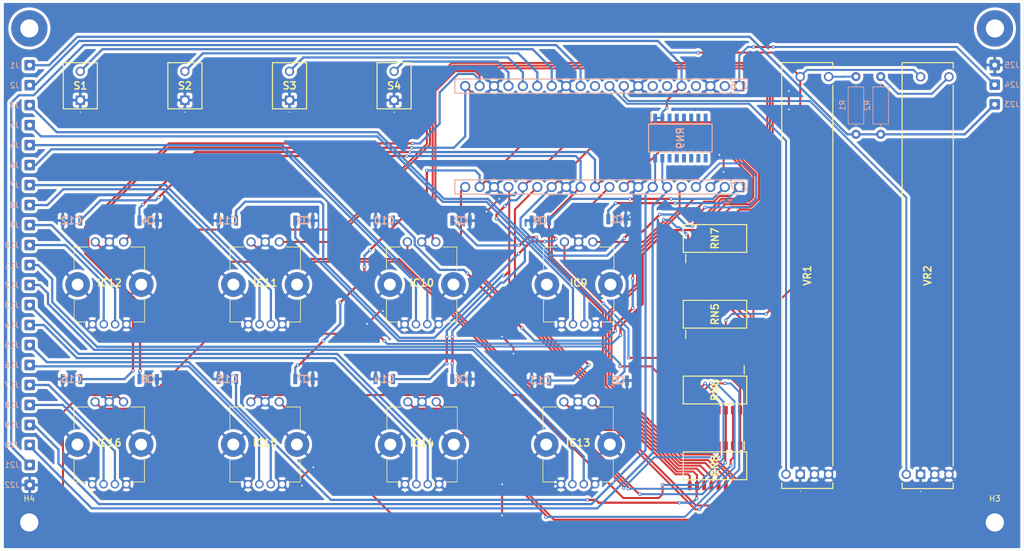
<source format=kicad_pcb>
(kicad_pcb (version 20241229) (generator "pcbnew") (generator_version "9.0")
  (layers (0 "F.Cu" signal) (4 "In1.Cu" signal) (6 "In2.Cu" signal) (2 "B.Cu" signal) (13 "F.Paste" user) (15 "B.Paste" user) (5 "F.SilkS" user "F.Silkscreen") (7 "B.SilkS" user "B.Silkscreen") (1 "F.Mask" user) (3 "B.Mask" user) (25 "Edge.Cuts" user))
  (net 0 "")
  (net 1 "/VBUS")
  (net 2 "/SCL")
  (net 3 "/WIPER_VR1")
  (net 4 "/WIPER_VR2")
  (net 5 "/SDA")
  (net 6 "/3V3")
  (net 7 "GND")
  (net 8 "/OE")
  (net 9 "/PWM_1")
  (net 10 "/PWM_0")
  (net 11 "/PWM_9")
  (net 12 "/PWM_8")
  (net 13 "/PWM_2")
  (net 14 "/PWM_3")
  (net 15 "/PWM_11")
  (net 16 "/PWM_10")
  (net 17 "/PWM_5")
  (net 18 "/PWM_4")
  (net 19 "/PWM_12")
  (net 20 "/PWM_13")
  (net 21 "/PWM_7")
  (net 22 "/PWM_6")
  (net 23 "/PWM_14")
  (net 24 "/PWM_15")
  (net 25 "/LED_VCC")
  (net 26 "/GPIO19")
  (net 27 "/GPIO21")
  (net 28 "/GPIO20")
  (net 29 "/GPIO18")
  (net 30 "Net-(VR1-B_(+))")
  (net 31 "Net-(VR2-B_(+))")
  (net 49 "/A_Out3")
  (net 50 "/B_Out3")
  (net 51 "/A_Out4")
  (net 52 "/B_Out2")
  (net 53 "/B_Out7")
  (net 54 "/A_Out6")
  (net 55 "/B_Out8")
  (net 56 "/B_Out5")
  (net 57 "/A_Out7")
  (net 58 "/B_Out4")
  (net 59 "/B_Out6")
  (net 60 "/A_Out5")
  (net 61 "/B_Out1")
  (net 62 "/A_Out2")
  (net 63 "/A_Out8")
  (net 64 "/A_Out1")
  (net 65 "/RC Filtered Encoders/encoders1/AIn1")
  (net 66 "/RC Filtered Encoders/encoders1/BIn1")
  (net 67 "/RC Filtered Encoders/encoders1/AIn2")
  (net 68 "/RC Filtered Encoders/encoders1/BIn2")
  (net 69 "/RC Filtered Encoders/encoders1/AIn3")
  (net 70 "/RC Filtered Encoders/encoders1/BIn3")
  (net 71 "/RC Filtered Encoders/encoders1/AIn4")
  (net 72 "/RC Filtered Encoders/encoders1/BIn4")
  (net 73 "/RC Filtered Encoders/encoders1/AIn5")
  (net 74 "/RC Filtered Encoders/encoders1/BIn5")
  (net 75 "/RC Filtered Encoders/encoders1/BIn6")
  (net 76 "/RC Filtered Encoders/encoders1/AIn6")
  (net 77 "/RC Filtered Encoders/encoders1/BIn7")
  (net 78 "/RC Filtered Encoders/encoders1/AIn7")
  (net 79 "/RC Filtered Encoders/encoders1/BIn8")
  (net 80 "/RC Filtered Encoders/encoders1/AIn8")
  (footprint "SamacSys_Parts:PTL6015O1104B2" (layer "F.Cu") (at 191.24 133.99 90)
    (property "Reference" "VR1")
    (property "Value" "PTL60-15O1-104B2" (hide yes))
  )
  (footprint "MountingHole:MountingHole_3.2mm_M3_Pad" (layer "F.Cu") (at 225.51 142.48)
    (property "Reference" "H3")
    (property "Value" "MountingHole")
  )
  (footprint "SamacSys_Parts:SOIC127P762X215-16N" (layer "F.Cu") (at 176.2325 119.157333 -90)
    (property "Reference" "RN6")
    (property "Value" "4816P-T01-103LF" (hide yes))
  )
  (footprint "SamacSys_Parts:2MS6T1B3M2QES" (layer "F.Cu") (at 119.728333 68.12)
    (property "Reference" "S4")
    (property "Value" "2MS6T1B3M2QES" (hide yes))
  )
  (footprint "MountingHole:MountingHole_3.2mm_M3_Pad" (layer "F.Cu") (at 55.5 55.49)
    (property "Reference" "H1" (hide yes))
    (property "Value" "MountingHole" (hide yes))
  )
  (footprint "SamacSys_Parts:2MS6T1B3M2QES" (layer "F.Cu") (at 64.475 68.12)
    (property "Reference" "S1")
    (property "Value" "2MS6T1B3M2QES" (hide yes))
  )
  (footprint "SamacSys_Parts:PEL12D4225SS1024" (layer "F.Cu") (at 66.6 107.58 180)
    (property "Reference" "IC12")
    (property "Value" "PEL12D-4225S-S1024" (hide yes))
  )
  (footprint "SamacSys_Parts:SOIC127P762X215-16N" (layer "F.Cu") (at 176.2325 132.502 -90)
    (property "Reference" "RN8")
    (property "Value" "4816P-T01-103LF" (hide yes))
  )
  (footprint "SamacSys_Parts:PEL12D4225SS1024" (layer "F.Cu") (at 94.034508 107.58 180)
    (property "Reference" "IC11")
    (property "Value" "PEL12D-4225S-S1024" (hide yes))
  )
  (footprint "SamacSys_Parts:PEL12D4225SS1024" (layer "F.Cu") (at 94.005984 135.745 180)
    (property "Reference" "IC15")
    (property "Value" "PEL12D-4225S-S1024" (hide yes))
  )
  (footprint "MountingHole:MountingHole_3.2mm_M3_Pad" (layer "F.Cu") (at 225.53 55.49)
    (property "Reference" "H2" (hide yes))
    (property "Value" "MountingHole" (hide yes))
  )
  (footprint "MountingHole:MountingHole_3.2mm_M3_Pad" (layer "F.Cu") (at 55.48 142.48)
    (property "Reference" "H4")
    (property "Value" "MountingHole")
  )
  (footprint "SamacSys_Parts:2MS6T1B3M2QES" (layer "F.Cu") (at 82.892778 68.12)
    (property "Reference" "S2")
    (property "Value" "2MS6T1B3M2QES" (hide yes))
  )
  (footprint "SamacSys_Parts:2MS6T1B3M2QES" (layer "F.Cu") (at 101.310555 68.12)
    (property "Reference" "S3")
    (property "Value" "2MS6T1B3M2QES" (hide yes))
  )
  (footprint "SamacSys_Parts:PEL12D4225SS1024" (layer "F.Cu") (at 121.650492 135.745 180)
    (property "Reference" "IC14")
    (property "Value" "PEL12D-4225S-S1024" (hide yes))
  )
  (footprint "SamacSys_Parts:PEL12D4225SS1024" (layer "F.Cu") (at 149.225 107.58 180)
    (property "Reference" "IC9")
    (property "Value" "PEL12D-4225S-S1024" (hide yes))
  )
  (footprint "SamacSys_Parts:PEL12D4225SS1024" (layer "F.Cu") (at 121.580492 107.58 180)
    (property "Reference" "IC10")
    (property "Value" "PEL12D-4225S-S1024" (hide yes))
  )
  (footprint "SamacSys_Parts:PTL6015O1104B2" (layer "F.Cu") (at 212.43 134.01 90)
    (property "Reference" "VR2")
    (property "Value" "PTL60-15O1-104B2" (hide yes))
  )
  (footprint "SamacSys_Parts:SOIC127P762X215-16N" (layer "F.Cu") (at 176.2275 105.812 90)
    (property "Reference" "RN5")
    (property "Value" "4816P-T01-103LF" (hide yes))
  )
  (footprint "SamacSys_Parts:PEL12D4225SS1024" (layer "F.Cu") (at 66.571476 135.745 180)
    (property "Reference" "IC16")
    (property "Value" "PEL12D-4225S-S1024" (hide yes))
  )
  (footprint "SamacSys_Parts:PEL12D4225SS1024" (layer "F.Cu") (at 149.12 135.745 180)
    (property "Reference" "IC13")
    (property "Value" "PEL12D-4225S-S1024" (hide yes))
  )
  (footprint "SamacSys_Parts:SOIC127P762X215-16N" (layer "F.Cu") (at 176.2275 92.467333 90)
    (property "Reference" "RN7")
    (property "Value" "4816P-T01-103LF" (hide yes))
  )
  (footprint "SamacSys_Parts:CAPC3216X90N" (layer "B.Cu") (at 118.000492 89.325 180)
    (property "Reference" "C10")
    (property "Value" "885012208009" (hide yes))
  )
  (footprint "Connector_Wire:SolderWire-0.25sqmm_1x01_D0.65mm_OD1.7mm" (layer "B.Cu") (at 55.56 65.479524 180)
    (property "Reference" "J2")
    (property "Value" "Conn_01x01")
  )
  (footprint "Connector_Wire:SolderWire-0.25sqmm_1x01_D0.65mm_OD1.7mm" (layer "B.Cu") (at 55.56 68.999048 180)
    (property "Reference" "J3")
    (property "Value" "Conn_01x01")
  )
  (footprint "Connector_Wire:SolderWire-0.25sqmm_1x01_D0.65mm_OD1.7mm" (layer "B.Cu") (at 55.56 86.596667 180)
    (property "Reference" "J8")
    (property "Value" "Conn_01x01")
  )
  (footprint "Connector_Wire:SolderWire-0.25sqmm_1x01_D0.65mm_OD1.7mm" (layer "B.Cu") (at 55.56 128.830952 180)
    (property "Reference" "J20")
    (property "Value" "Conn_01x01")
  )
  (footprint "Connector_Wire:SolderWire-0.25sqmm_1x01_D0.65mm_OD1.7mm" (layer "B.Cu") (at 55.56 83.077143 180)
    (property "Reference" "J7")
    (property "Value" "Conn_01x01")
  )
  (footprint "Connector_Wire:SolderWire-0.25sqmm_1x01_D0.65mm_OD1.7mm" (layer "B.Cu") (at 225.48 65.395)
    (property "Reference" "J24")
    (property "Value" "Conn_01x01")
  )
  (footprint "SamacSys_Parts:CAPC3216X90N" (layer "B.Cu") (at 145.498524 117.485 180)
    (property "Reference" "C13")
    (property "Value" "885012208009" (hide yes))
  )
  (footprint "Resistor_THT:R_Axial_DIN0207_L6.3mm_D2.5mm_P10.16mm_Horizontal" (layer "B.Cu") (at 205.41 63.97 -90)
    (property "Reference" "R2")
    (property "Value" "R")
  )
  (footprint "Connector_Wire:SolderWire-0.25sqmm_1x01_D0.65mm_OD1.7mm" (layer "B.Cu") (at 225.49 61.93)
    (property "Reference" "J25")
    (property "Value" "Conn_01x01")
  )
  (footprint "Connector_Wire:SolderWire-0.25sqmm_1x01_D0.65mm_OD1.7mm" (layer "B.Cu") (at 55.56 107.71381 180)
    (property "Reference" "J14")
    (property "Value" "Conn_01x01")
  )
  (footprint "SamacSys_Parts:RHDR20W70P0X254_1X20_5120X250X865P" (layer "B.Cu") (at 180.505 83.41 180)
    (property "Reference" "J27")
    (property "Value" "M20-7822046" (hide yes))
  )
  (footprint "SamacSys_Parts:CAPC3216X90N" (layer "B.Cu") (at 131.510492 117.235)
    (property "Reference" "C6")
    (property "Value" "885012208009" (hide yes))
  )
  (footprint "Connector_Wire:SolderWire-0.25sqmm_1x01_D0.65mm_OD1.7mm" (layer "B.Cu") (at 55.56 61.96 180)
    (property "Reference" "J1")
    (property "Value" "Conn_01x01")
  )
  (footprint "SamacSys_Parts:CAPC3216X90N" (layer "B.Cu") (at 62.921476 117.235 180)
    (property "Reference" "C16")
    (property "Value" "885012208009" (hide yes))
  )
  (footprint "Connector_Wire:SolderWire-0.25sqmm_1x01_D0.65mm_OD1.7mm" (layer "B.Cu") (at 55.56 79.557619 180)
    (property "Reference" "J6")
    (property "Value" "Conn_01x01")
  )
  (footprint "Connector_Wire:SolderWire-0.25sqmm_1x01_D0.65mm_OD1.7mm" (layer "B.Cu") (at 55.56 90.11619 180)
    (property "Reference" "J9")
    (property "Value" "Conn_01x01")
  )
  (footprint "Connector_Wire:SolderWire-0.25sqmm_1x01_D0.65mm_OD1.7mm" (layer "B.Cu") (at 55.56 132.350476 180)
    (property "Reference" "J21")
    (property "Value" "Conn_01x01")
  )
  (footprint "SamacSys_Parts:CAPC3216X90N" (layer "B.Cu") (at 62.921476 89.325 180)
    (property "Reference" "C12")
    (property "Value" "885012208009" (hide yes))
  )
  (footprint "Connector_Wire:SolderWire-0.25sqmm_1x01_D0.65mm_OD1.7mm" (layer "B.Cu") (at 55.56 97.155238 180)
    (property "Reference" "J11")
    (property "Value" "Conn_01x01")
  )
  (footprint "SamacSys_Parts:CAPC3216X90N" (layer "B.Cu") (at 76.431476 89.325)
    (property "Reference" "C4")
    (property "Value" "885012208009" (hide yes))
  )
  (footprint "SamacSys_Parts:CAPC3216X90N" (layer "B.Cu") (at 118.000492 117.235 180)
    (property "Reference" "C14")
    (property "Value" "885012208009" (hide yes))
  )
  (footprint "SamacSys_Parts:CAPC3216X90N" (layer "B.Cu") (at 158.98 89.085)
    (property "Reference" "C1")
    (property "Value" "885012208009" (hide yes))
  )
  (footprint "SamacSys_Parts:CAPC3216X90N" (layer "B.Cu") (at 90.355984 117.235 180)
    (property "Reference" "C15")
    (property "Value" "885012208009" (hide yes))
  )
  (footprint "Connector_Wire:SolderWire-0.25sqmm_1x01_D0.65mm_OD1.7mm" (layer "B.Cu") (at 55.56 72.518571 180)
    (property "Reference" "J4")
    (property "Value" "Conn_01x01")
  )
  (footprint "SamacSys_Parts:CAPC3216X90N" (layer "B.Cu") (at 103.865984 117.235)
    (property "Reference" "C7")
    (property "Value" "885012208009" (hide yes))
  )
  (footprint "Connector_Wire:SolderWire-0.25sqmm_1x01_D0.65mm_OD1.7mm" (layer "B.Cu") (at 55.56 76.038095 180)
    (property "Reference" "J5")
    (property "Value" "Conn_01x01")
  )
  (footprint "Connector_Wire:SolderWire-0.25sqmm_1x01_D0.65mm_OD1.7mm" (layer "B.Cu") (at 55.56 118.272381 180)
    (property "Reference" "J17")
    (property "Value" "Conn_01x01")
  )
  (footprint "SamacSys_Parts:CAPC3216X90N" (layer "B.Cu") (at 90.355984 89.325 180)
    (property "Reference" "C11")
    (property "Value" "885012208009" (hide yes))
  )
  (footprint "Connector_Wire:SolderWire-0.25sqmm_1x01_D0.65mm_OD1.7mm" (layer "B.Cu") (at 55.56 121.791905 180)
    (property "Reference" "J18")
    (property "Value" "Conn_01x01")
  )
  (footprint "Connector_Wire:SolderWire-0.25sqmm_1x01_D0.65mm_OD1.7mm" (layer "B.Cu") (at 55.56 93.635714 180)
    (property "Reference" "J10")
    (property "Value" "Conn_01x01")
  )
  (footprint "Resistor_THT:R_Axial_DIN0207_L6.3mm_D2.5mm_P10.16mm_Horizontal" (layer "B.Cu") (at 201.06 63.97 -90)
    (property "Reference" "R1")
    (property "Value" "R")
  )
  (footprint "SamacSys_Parts:SOIC127P762X215-16N" (layer "B.Cu") (at 170.135 74.798 -90)
    (property "Reference" "RN9")
    (property "Value" "4816P-T01-103LF" (hide yes))
  )
  (footprint "Connector_Wire:SolderWire-0.25sqmm_1x01_D0.65mm_OD1.7mm" (layer "B.Cu") (at 55.56 111.233333 180)
    (property "Reference" "J15")
    (property "Value" "Conn_01x01")
  )
  (footprint "SamacSys_Parts:CAPC3216X90N" (layer "B.Cu") (at 131.510492 89.325)
    (property "Reference" "C2")
    (property "Value" "885012208009" (hide yes))
  )
  (footprint "Connector_Wire:SolderWire-0.25sqmm_1x01_D0.65mm_OD1.7mm" (layer "B.Cu") (at 55.56 100.674762 180)
    (property "Reference" "J12")
    (property "Value" "Conn_01x01")
  )
  (footprint "Connector_Wire:SolderWire-0.25sqmm_1x01_D0.65mm_OD1.7mm" (layer "B.Cu") (at 55.56 104.194286 180)
    (property "Reference" "J13")
    (property "Value" "Conn_01x01")
  )
  (footprint "SamacSys_Parts:RHDR20W70P0X254_1X20_5120X250X865P" (layer "B.Cu") (at 180.505 65.64 180)
    (property "Reference" "J26")
    (property "Value" "M20-7822046" (hide yes))
  )
  (footprint "Connector_Wire:SolderWire-0.25sqmm_1x01_D0.65mm_OD1.7mm" (layer "B.Cu") (at 55.56 125.311429 180)
    (property "Reference" "J19")
    (property "Value" "Conn_01x01")
  )
  (footprint "SamacSys_Parts:CAPC3216X90N" (layer "B.Cu") (at 76.431476 117.235)
    (property "Reference" "C8")
    (property "Value" "885012208009" (hide yes))
  )
  (footprint "Connector_Wire:SolderWire-0.25sqmm_1x01_D0.65mm_OD1.7mm" (layer "B.Cu") (at 225.48 68.86)
    (property "Reference" "J23")
    (property "Value" "Conn_01x01")
  )
  (footprint "SamacSys_Parts:CAPC3216X90N" (layer "B.Cu") (at 103.865984 89.325)
    (property "Reference" "C3")
    (property "Value" "885012208009" (hide yes))
  )
  (footprint "SamacSys_Parts:CAPC3216X90N" (layer "B.Cu") (at 159.183524 117.485)
    (property "Reference" "C5")
    (property "Value" "885012208009" (hide yes))
  )
  (footprint "SamacSys_Parts:CAPC3216X90N" (layer "B.Cu") (at 145.47 89.315 180)
    (property "Reference" "C9")
    (property "Value" "885012208009" (hide yes))
  )
  (footprint "Connector_Wire:SolderWire-0.25sqmm_1x01_D0.65mm_OD1.7mm" (layer "B.Cu") (at 55.56 135.87 180)
    (property "Reference" "J22")
    (property "Value" "Conn_01x01")
  )
  (footprint "Connector_Wire:SolderWire-0.25sqmm_1x01_D0.65mm_OD1.7mm" (layer "B.Cu") (at 55.56 114.752857 180)
    (property "Reference" "J16")
    (property "Value" "Conn_01x01")
  )
  (gr_rect (start 50.5 50.5) (end 230.5 147.5) (stroke (width 0.0381)) (fill no) (layer "Edge.Cuts"))
  (segment (start 183 58.75) (end 186.954596 58.75) (width 0.35) (layer "F.Cu") (net 1))
  (segment (start 186.5 58.75) (end 183 58.75) (width 0.35) (layer "F.Cu") (net 1))
  (via (at 183 58.75) (size 0.6) (drill 0.3) (layers "F.Cu" "B.Cu") (net 1))
  (via (at 186.5 58.75) (size 0.6) (drill 0.3) (layers "F.Cu" "B.Cu") (net 1))
  (segment (start 225.48 65.395) (end 218.835 58.75) (width 0.35) (layer "B.Cu") (net 1))
  (segment (start 183 58.75) (end 182 58.75) (width 0.35) (layer "B.Cu") (net 1))
  (segment (start 182 58.75) (end 180.505 60.245) (width 0.35) (layer "B.Cu") (net 1))
  (segment (start 218.835 58.75) (end 186.5 58.75) (width 0.35) (layer "B.Cu") (net 1))
  (segment (start 180.505 60.245) (end 180.505 65.64) (width 0.35) (layer "B.Cu") (net 1))
  (segment (start 67.75 139.25) (end 154.5 139.25) (width 0.4) (layer "B.Cu") (net 2))
  (segment (start 60.62 129.62) (end 60.62 132.12) (width 0.4) (layer "B.Cu") (net 2))
  (segment (start 164 84.675) (end 165.265 83.41) (width 0.4) (layer "B.Cu") (net 2))
  (segment (start 55.56 125.311429) (end 56.311429 125.311429) (width 0.4) (layer "B.Cu") (net 2))
  (segment (start 165.69 78.346) (end 165.69 82.985) (width 0.35) (layer "B.Cu") (net 2))
  (segment (start 164 129.75) (end 164 84.675) (width 0.4) (layer "B.Cu") (net 2))
  (segment (start 154.5 139.25) (end 164 129.75) (width 0.4) (layer "B.Cu") (net 2))
  (segment (start 56.311429 125.311429) (end 60.62 129.62) (width 0.4) (layer "B.Cu") (net 2))
  (segment (start 165.69 82.985) (end 165.265 83.41) (width 0.35) (layer "B.Cu") (net 2))
  (segment (start 60.62 132.12) (end 67.75 139.25) (width 0.4) (layer "B.Cu") (net 2))
  (segment (start 182.25 68.75) (end 160.755 68.75) (width 0.35) (layer "B.Cu") (net 3))
  (segment (start 188.75 75.25) (end 182.25 68.75) (width 0.35) (layer "B.Cu") (net 3))
  (segment (start 160.755 68.75) (end 157.645 65.64) (width 0.35) (layer "B.Cu") (net 3))
  (segment (start 188.74 133.99) (end 188.75 133.98) (width 0.35) (layer "B.Cu") (net 3))
  (segment (start 188.75 133.98) (end 188.75 75.25) (width 0.35) (layer "B.Cu") (net 3))
  (segment (start 160.185 67.435) (end 161.022 68.272) (width 0.35) (layer "B.Cu") (net 4))
  (segment (start 160.185 65.64) (end 160.185 67.435) (width 0.35) (layer "B.Cu") (net 4))
  (segment (start 209.93 85.266598) (end 209.93 134.01) (width 0.35) (layer "B.Cu") (net 4))
  (segment (start 161.022 68.272) (end 192.935402 68.272) (width 0.35) (layer "B.Cu") (net 4))
  (segment (start 192.935402 68.272) (end 209.93 85.266598) (width 0.35) (layer "B.Cu") (net 4))
  (segment (start 165.25 130.25) (end 165.25 86.75) (width 0.4) (layer "B.Cu") (net 5))
  (segment (start 55.56 129.06) (end 66.5 140) (width 0.4) (layer "B.Cu") (net 5))
  (segment (start 165.5 86.5) (end 165.375 86.625) (width 0.4) (layer "B.Cu") (net 5))
  (segment (start 55.56 128.830952) (end 55.56 129.06) (width 0.4) (layer "B.Cu") (net 5))
  (segment (start 155.5 140) (end 165.25 130.25) (width 0.4) (layer "B.Cu") (net 5))
  (segment (start 166.96 82.565) (end 167.805 83.41) (width 0.35) (layer "B.Cu") (net 5))
  (segment (start 66.5 140) (end 155.5 140) (width 0.4) (layer "B.Cu") (net 5))
  (segment (start 165.25 86.75) (end 165.5 86.5) (width 0.4) (layer "B.Cu") (net 5))
  (segment (start 165.5 86.5) (end 167.805 84.195) (width 0.4) (layer "B.Cu") (net 5))
  (segment (start 166.96 78.346) (end 166.96 82.565) (width 0.35) (layer "B.Cu") (net 5))
  (segment (start 167.805 84.195) (end 167.805 83.41) (width 0.4) (layer "B.Cu") (net 5))
  (segment (start 174.3275 109.365) (end 174.3225 109.36) (width 0.35) (layer "F.Cu") (net 6))
  (segment (start 171.7875 115.609333) (end 171.7875 109.365) (width 0.35) (layer "F.Cu") (net 6))
  (segment (start 191.24 63.99) (end 191.24 99.76) (width 0.35) (layer "F.Cu") (net 6))
  (segment (start 187 59.75) (end 191.24 63.99) (width 0.35) (layer "F.Cu") (net 6))
  (segment (start 178.1325 106.8825) (end 178.1325 109.36) (width 0.35) (layer "F.Cu") (net 6))
  (segment (start 174.3275 115.609333) (end 174.3275 109.365) (width 0.35) (layer "F.Cu") (net 6))
  (segment (start 171.7875 109.365) (end 171.7825 109.36) (width 0.35) (layer "F.Cu") (net 6))
  (segment (start 175.5975 109.365) (end 175.5925 109.36) (width 0.35) (layer "F.Cu") (net 6))
  (segment (start 191.24 99.76) (end 185.25 105.75) (width 0.35) (layer "F.Cu") (net 6))
  (segment (start 176.8625 109.36) (end 178.1325 109.36) (width 0.35) (layer "F.Cu") (net 6))
  (segment (start 167.75 69.5) (end 167.75 68.235) (width 0.35) (layer "F.Cu") (net 6))
  (segment (start 171.7825 109.36) (end 173.0525 109.36) (width 0.35) (layer "F.Cu") (net 6))
  (segment (start 174.3225 109.36) (end 175.5925 109.36) (width 0.35) (layer "F.Cu") (net 6))
  (segment (start 178.1375 109.365) (end 178.1325 109.36) (width 0.35) (layer "F.Cu") (net 6))
  (segment (start 173.25 59.75) (end 187 59.75) (width 0.35) (layer "F.Cu") (net 6))
  (segment (start 175.5925 109.36) (end 176.8625 109.36) (width 0.35) (layer "F.Cu") (net 6))
  (segment (start 175.5975 115.609333) (end 175.5975 109.365) (width 0.35) (layer "F.Cu") (net 6))
  (segment (start 180.6775 109.365) (end 180.6725 109.36) (width 0.35) (layer "F.Cu") (net 6))
  (segment (start 173.0575 109.365) (end 173.0525 109.36) (width 0.35) (layer "F.Cu") (net 6))
  (segment (start 178.1375 115.609333) (end 178.1375 109.365) (width 0.35) (layer "F.Cu") (net 6))
  (segment (start 167.75 68.235) (end 170.345 65.64) (width 0.35) (layer "F.Cu") (net 6))
  (segment (start 173.0525 109.36) (end 174.3225 109.36) (width 0.35) (layer "F.Cu") (net 6))
  (segment (start 173.0575 115.609333) (end 173.0575 109.365) (width 0.35) (layer "F.Cu") (net 6))
  (segment (start 180.6775 115.609333) (end 180.6775 109.365) (width 0.35) (layer "F.Cu") (net 6))
  (segment (start 176.8675 109.365) (end 176.8625 109.36) (width 0.35) (layer "F.Cu") (net 6))
  (segment (start 179.4075 109.365) (end 179.4025 109.36) (width 0.35) (layer "F.Cu") (net 6))
  (segment (start 178.1325 109.36) (end 179.4025 109.36) (width 0.35) (layer "F.Cu") (net 6))
  (segment (start 179.4075 115.609333) (end 179.4075 109.365) (width 0.35) (layer "F.Cu") (net 6))
  (segment (start 176.8675 115.609333) (end 176.8675 109.365) (width 0.35) (layer "F.Cu") (net 6))
  (segment (start 179.4025 109.36) (end 180.6725 109.36) (width 0.35) (layer "F.Cu") (net 6))
  (via (at 178.1325 106.8825) (size 0.6) (drill 0.3) (layers "F.Cu" "B.Cu") (net 6))
  (via (at 167.75 69.5) (size 0.6) (drill 0.3) (layers "F.Cu" "B.Cu") (net 6))
  (via (at 185.25 105.75) (size 0.6) (drill 0.3) (layers "F.Cu" "B.Cu") (net 6))
  (via (at 173.25 59.75) (size 0.6) (drill 0.3) (layers "F.Cu" "B.Cu") (net 6))
  (segment (start 170.3475 61.8775) (end 170.3475 64.84) (width 0.4) (layer "B.Cu") (net 6))
  (segment (start 166.96 70.29) (end 167.75 69.5) (width 0.35) (layer "B.Cu") (net 6))
  (segment (start 55.56 65.479524) (end 56.485 65.479524) (width 0.4) (layer "B.Cu") (net 6))
  (segment (start 212.43 64.01) (end 211.209 62.789) (width 0.35) (layer "B.Cu") (net 6))
  (segment (start 166.16 57.69) (end 168.235 59.765) (width 0.4) (layer "B.Cu") (net 6))
  (segment (start 166.96 71.25) (end 165.69 71.25) (width 0.35) (layer "B.Cu") (net 6))
  (segment (start 192.441 62.789) (end 191.24 63.99) (width 0.35) (layer "B.Cu") (net 6))
  (segment (start 173.25 59.75) (end 168.25 59.75) (width 0.35) (layer "B.Cu") (net 6))
  (segment (start 64.274524 57.69) (end 166.16 57.69) (width 0.4) (layer "B.Cu") (net 6))
  (segment (start 166.96 71.25) (end 166.96 70.29) (width 0.35) (layer "B.Cu") (net 6))
  (segment (start 179.25 105.75) (end 185.25 105.75) (width 0.35) (layer "B.Cu") (net 6))
  (segment (start 168.235 59.765) (end 170.3475 61.8775) (width 0.4) (layer "B.Cu") (net 6))
  (segment (start 178.1325 106.8675) (end 179.25 105.75) (width 0.35) (layer "B.Cu") (net 6))
  (segment (start 178.1325 106.8825) (end 178.1325 106.8675) (width 0.35) (layer "B.Cu") (net 6))
  (segment (start 211.209 62.789) (end 192.441 62.789) (width 0.35) (layer "B.Cu") (net 6))
  (segment (start 56.485 65.479524) (end 64.274524 57.69) (width 0.4) (layer "B.Cu") (net 6))
  (segment (start 168.25 59.75) (end 168.235 59.765) (width 0.35) (layer "B.Cu") (net 6))
  (segment (start 103.5 134.5) (end 103.5 136) (width 0.35) (layer "F.Cu") (net 7))
  (segment (start 136 87.75) (end 138.25 85.5) (width 0.35) (layer "F.Cu") (net 7))
  (segment (start 177.75 80.75) (end 177.75 78.5) (width 0.35) (layer "F.Cu") (net 7))
  (segment (start 115 107.5) (end 117.25 105.25) (width 0.35) (layer "F.Cu") (net 7))
  (segment (start 138.75 109.75) (end 140.75 111.75) (width 0.35) (layer "F.Cu") (net 7))
  (segment (start 105.5 132.75) (end 105.25 132.75) (width 0.35) (layer "F.Cu") (net 7))
  (segment (start 117.25 105.25) (end 117.75 105.25) (width 0.35) (layer "F.Cu") (net 7))
  (segment (start 189.25 69.75) (end 189.25 66.5) (width 0.35) (layer "F.Cu") (net 7))
  (segment (start 140.75 111.75) (end 140.75 112.75) (width 0.35) (layer "F.Cu") (net 7))
  (segment (start 105.25 132.75) (end 103.5 134.5) (width 0.35) (layer "F.Cu") (net 7))
  (segment (start 138.75 135.75) (end 138.75 141.25) (width 0.35) (layer "F.Cu") (net 7))
  (segment (start 177.75 78.5) (end 177 77.75) (width 0.35) (layer "F.Cu") (net 7))
  (via (at 177.75 80.75) (size 0.6) (drill 0.3) (layers "F.Cu" "B.Cu") (net 7))
  (via (at 115 107.5) (size 0.6) (drill 0.3) (layers "F.Cu" "B.Cu") (net 7))
  (via (at 189.25 69.75) (size 0.6) (drill 0.3) (layers "F.Cu" "B.Cu") (net 7))
  (via (at 138.75 141.25) (size 0.6) (drill 0.3) (layers "F.Cu" "B.Cu") (net 7))
  (via (at 177 77.75) (size 0.6) (drill 0.3) (layers "F.Cu" "B.Cu") (net 7))
  (via (at 140.75 112.75) (size 0.6) (drill 0.3) (layers "F.Cu" "B.Cu") (net 7))
  (via (at 138.25 85.5) (size 0.6) (drill 0.3) (layers "F.Cu" "B.Cu") (net 7))
  (via (at 138.75 135.75) (size 0.6) (drill 0.3) (layers "F.Cu" "B.Cu") (net 7))
  (via (at 138.75 109.75) (size 0.6) (drill 0.3) (layers "F.Cu" "B.Cu") (net 7))
  (via (at 103.5 136) (size 0.6) (drill 0.3) (layers "F.Cu" "B.Cu") (net 7))
  (via (at 105.5 132.75) (size 0.6) (drill 0.3) (layers "F.Cu" "B.Cu") (net 7))
  (via (at 189.25 66.5) (size 0.6) (drill 0.3) (layers "F.Cu" "B.Cu") (net 7))
  (via (at 117.75 105.25) (size 0.6) (drill 0.3) (layers "F.Cu" "B.Cu") (net 7))
  (via (at 136 87.75) (size 0.6) (drill 0.3) (layers "F.Cu" "B.Cu") (net 7))
  (segment (start 102.605984 128.745) (end 105.5 131.639016) (width 0.35) (layer "B.Cu") (net 7))
  (segment (start 175.425 83.41) (end 177.75 81.085) (width 0.35) (layer "B.Cu") (net 7))
  (segment (start 160.52 89.085) (end 161.926 87.679) (width 0.35) (layer "B.Cu") (net 7))
  (segment (start 161.926 84.209) (end 162.725 83.41) (width 0.35) (layer "B.Cu") (net 7))
  (segment (start 177.75 81.085) (end 177.75 80.75) (width 0.35) (layer "B.Cu") (net 7))
  (segment (start 161.926 87.679) (end 161.926 84.209) (width 0.35) (layer "B.Cu") (net 7))
  (segment (start 138.755 135.745) (end 138.75 135.75) (width 0.35) (layer "B.Cu") (net 7))
  (segment (start 105.5 131.639016) (end 105.5 132.75) (width 0.35) (layer "B.Cu") (net 7))
  (segment (start 149.12 135.745) (end 138.755 135.745) (width 0.35) (layer "B.Cu") (net 7))
  (segment (start 53.65 67.25) (end 56.25 67.25) (width 0.4) (layer "B.Cu") (net 8))
  (segment (start 55.56 132.350476) (end 52.31 129.100476) (width 0.4) (layer "B.Cu") (net 8))
  (segment (start 152.5675 62.7235) (end 152.5675 64.84) (width 0.4) (layer "B.Cu") (net 8))
  (segment (start 52.31 68.59) (end 53.65 67.25) (width 0.4) (layer "B.Cu") (net 8))
  (segment (start 56.25 67.25) (end 65.082 58.418) (width 0.4) (layer "B.Cu") (net 8))
  (segment (start 65.082 58.418) (end 148.262 58.418) (width 0.4) (layer "B.Cu") (net 8))
  (segment (start 148.262 58.418) (end 152.5675 62.7235) (width 0.4) (layer "B.Cu") (net 8))
  (segment (start 52.31 129.100476) (end 52.31 68.59) (width 0.4) (layer "B.Cu") (net 8))
  (segment (start 136.031296 86.028) (end 128.301295 86.028) (width 0.4) (layer "B.Cu") (net 9))
  (segment (start 57.536203 74.494774) (end 55.56 72.518571) (width 0.4) (layer "B.Cu") (net 9))
  (segment (start 116.76807 74.494774) (end 57.536203 74.494774) (width 0.4) (layer "B.Cu") (net 9))
  (segment (start 151.225 101.221704) (end 136.031296 86.028) (width 0.4) (layer "B.Cu") (net 9))
  (segment (start 151.225 107.58) (end 151.225 101.221704) (width 0.4) (layer "B.Cu") (net 9))
  (segment (start 128.301295 86.028) (end 116.76807 74.494774) (width 0.4) (layer "B.Cu") (net 9))
  (segment (start 153.225 102.475) (end 153.225 107.58) (width 0.4) (layer "B.Cu") (net 10))
  (segment (start 55.56 68.999048) (end 60.320952 73.76) (width 0.4) (layer "B.Cu") (net 10))
  (segment (start 60.320952 73.76) (end 116.78 73.76) (width 0.4) (layer "B.Cu") (net 10))
  (segment (start 136.25 85.5) (end 153.225 102.475) (width 0.4) (layer "B.Cu") (net 10))
  (segment (start 128.52 85.5) (end 136.25 85.5) (width 0.4) (layer "B.Cu") (net 10))
  (segment (start 116.78 73.76) (end 128.52 85.5) (width 0.4) (layer "B.Cu") (net 10))
  (segment (start 151.12 135.745) (end 151.12 129.62) (width 0.4) (layer "B.Cu") (net 11))
  (segment (start 66.898 112.078) (end 58.78 103.96) (width 0.4) (layer "B.Cu") (net 11))
  (segment (start 58.78 103.96) (end 58.78 102.14) (width 0.4) (layer "B.Cu") (net 11))
  (segment (start 133.578 112.078) (end 66.898 112.078) (width 0.4) (layer "B.Cu") (net 11))
  (segment (start 151.12 129.62) (end 133.578 112.078) (width 0.4) (layer "B.Cu") (net 11))
  (segment (start 57.314762 100.674762) (end 55.56 100.674762) (width 0.4) (layer "B.Cu") (net 11))
  (segment (start 58.78 102.14) (end 57.314762 100.674762) (width 0.4) (layer "B.Cu") (net 11))
  (segment (start 153.12 130.873296) (end 153.12 135.745) (width 0.4) (layer "B.Cu") (net 12))
  (segment (start 57.045238 97.155238) (end 59.53 99.64) (width 0.4) (layer "B.Cu") (net 12))
  (segment (start 59.53 99.64) (end 59.53 103.68) (width 0.4) (layer "B.Cu") (net 12))
  (segment (start 67.4 111.55) (end 133.796704 111.55) (width 0.4) (layer "B.Cu") (net 12))
  (segment (start 59.53 103.68) (end 67.4 111.55) (width 0.4) (layer "B.Cu") (net 12))
  (segment (start 133.796704 111.55) (end 153.12 130.873296) (width 0.4) (layer "B.Cu") (net 12))
  (segment (start 55.56 97.155238) (end 57.045238 97.155238) (width 0.4) (layer "B.Cu") (net 12))
  (segment (start 125.580492 107.58) (end 125.580492 101.580492) (width 0.4) (layer "B.Cu") (net 13))
  (segment (start 100.038095 76.038095) (end 55.56 76.038095) (width 0.4) (layer "B.Cu") (net 13))
  (segment (start 125.580492 101.580492) (end 100.038095 76.038095) (width 0.4) (layer "B.Cu") (net 13))
  (segment (start 123.580492 107.58) (end 123.580492 100.330492) (width 0.4) (layer "B.Cu") (net 14))
  (segment (start 56.602381 79.557619) (end 55.56 79.557619) (width 0.4) (layer "B.Cu") (net 14))
  (segment (start 100.016095 76.766095) (end 59.393905 76.766095) (width 0.4) (layer "B.Cu") (net 14))
  (segment (start 59.393905 76.766095) (end 56.602381 79.557619) (width 0.4) (layer "B.Cu") (net 14))
  (segment (start 123.580492 100.330492) (end 100.016095 76.766095) (width 0.4) (layer "B.Cu") (net 14))
  (segment (start 63.870166 113.534) (end 58.049976 107.71381) (width 0.4) (layer "B.Cu") (net 15))
  (segment (start 58.049976 107.71381) (end 55.56 107.71381) (width 0.4) (layer "B.Cu") (net 15))
  (segment (start 123.650492 135.745) (end 123.650492 127.78004) (width 0.4) (layer "B.Cu") (net 15))
  (segment (start 123.650492 127.78004) (end 109.404452 113.534) (width 0.4) (layer "B.Cu") (net 15))
  (segment (start 109.404452 113.534) (end 63.870166 113.534) (width 0.4) (layer "B.Cu") (net 15))
  (segment (start 66.596446 112.806) (end 66.59645 112.805996) (width 0.4) (layer "B.Cu") (net 16))
  (segment (start 125.650492 128.750492) (end 125.650492 135.745) (width 0.4) (layer "B.Cu") (net 16))
  (segment (start 66.596458 112.806) (end 66.837691 112.805998) (width 0.4) (layer "B.Cu") (net 16))
  (segment (start 55.56 104.194286) (end 64.171714 112.806) (width 0.4) (layer "B.Cu") (net 16))
  (segment (start 66.837691 112.805998) (end 66.837693 112.806) (width 0.4) (layer "B.Cu") (net 16))
  (segment (start 64.171714 112.806) (end 66.596446 112.806) (width 0.4) (layer "B.Cu") (net 16))
  (segment (start 66.59645 112.805996) (end 66.596458 112.806) (width 0.4) (layer "B.Cu") (net 16))
  (segment (start 66.837693 112.806) (end 109.706 112.806) (width 0.4) (layer "B.Cu") (net 16))
  (segment (start 109.706 112.806) (end 125.650492 128.750492) (width 0.4) (layer "B.Cu") (net 16))
  (segment (start 61.47 83.805143) (end 79.225595 83.805143) (width 0.4) (layer "B.Cu") (net 17))
  (segment (start 96.034508 100.615492) (end 96.034508 107.58) (width 0.4) (layer "B.Cu") (net 17))
  (segment (start 58.678476 86.596667) (end 61.47 83.805143) (width 0.4) (layer "B.Cu") (net 17))
  (segment (start 55.56 86.596667) (end 58.678476 86.596667) (width 0.4) (layer "B.Cu") (net 17))
  (segment (start 96.035226 100.614774) (end 96.034508 100.615492) (width 0.4) (layer "B.Cu") (net 17))
  (segment (start 79.225595 83.805143) (end 96.035226 100.614774) (width 0.4) (layer "B.Cu") (net 17))
  (segment (start 79.527143 83.077143) (end 98.034508 101.584508) (width 0.4) (layer "B.Cu") (net 18))
  (segment (start 55.56 83.077143) (end 79.527143 83.077143) (width 0.4) (layer "B.Cu") (net 18))
  (segment (start 98.034508 101.584508) (end 98.034508 107.58) (width 0.4) (layer "B.Cu") (net 18))
  (segment (start 98.005984 128.672) (end 98.005984 135.745) (width 0.4) (layer "B.Cu") (net 19))
  (segment (start 58.588667 114.262) (end 83.595984 114.262) (width 0.4) (layer "B.Cu") (net 19))
  (segment (start 55.56 111.233333) (end 58.588667 114.262) (width 0.4) (layer "B.Cu") (net 19))
  (segment (start 83.595984 114.262) (end 98.005984 128.672) (width 0.4) (layer "B.Cu") (net 19))
  (segment (start 55.56 114.752857) (end 55.797143 114.99) (width 0.4) (layer "B.Cu") (net 20))
  (segment (start 95.95 135.689016) (end 96.005984 135.745) (width 0.4) (layer "B.Cu") (net 20))
  (segment (start 95.95 127.36272) (end 95.95 135.689016) (width 0.4) (layer "B.Cu") (net 20))
  (segment (start 83.57728 114.99) (end 95.95 127.36272) (width 0.4) (layer "B.Cu") (net 20))
  (segment (start 55.797143 114.99) (end 83.57728 114.99) (width 0.4) (layer "B.Cu") (net 20))
  (segment (start 68.6 100.339548) (end 61.896166 93.635714) (width 0.4) (layer "B.Cu") (net 21))
  (segment (start 68.6 107.58) (end 68.6 100.339548) (width 0.4) (layer "B.Cu") (net 21))
  (segment (start 61.896166 93.635714) (end 55.56 93.635714) (width 0.4) (layer "B.Cu") (net 21))
  (segment (start 59.40619 90.11619) (end 70.6 101.31) (width 0.4) (layer "B.Cu") (net 22))
  (segment (start 55.56 90.11619) (end 59.40619 90.11619) (width 0.4) (layer "B.Cu") (net 22))
  (segment (start 70.6 101.31) (end 70.6 107.58) (width 0.4) (layer "B.Cu") (net 22))
  (segment (start 70.571476 129.941476) (end 70.571476 135.745) (width 0.4) (layer "B.Cu") (net 23))
  (segment (start 58.902381 118.272381) (end 70.571476 129.941476) (width 0.4) (layer "B.Cu") (net 23))
  (segment (start 55.56 118.272381) (end 58.902381 118.272381) (width 0.4) (layer "B.Cu") (net 23))
  (segment (start 61.392357 121.791905) (end 68.571476 128.971024) (width 0.4) (layer "B.Cu") (net 24))
  (segment (start 68.571476 128.971024) (end 68.571476 135.745) (width 0.4) (layer "B.Cu") (net 24))
  (segment (start 55.56 121.791905) (end 61.392357 121.791905) (width 0.4) (layer "B.Cu") (net 24))
  (segment (start 58.97639 61.96) (end 63.97439 56.962) (width 0.4) (layer "B.Cu") (net 25))
  (segment (start 63.97439 56.962) (end 182.336752 56.962) (width 0.4) (layer "B.Cu") (net 25))
  (segment (start 199.504752 74.13) (end 201.06 74.13) (width 0.4) (layer "B.Cu") (net 25))
  (segment (start 182.336752 56.962) (end 199.504752 74.13) (width 0.4) (layer "B.Cu") (net 25))
  (segment (start 220.21 74.13) (end 225.48 68.86) (width 0.4) (layer "B.Cu") (net 25))
  (segment (start 205.41 74.13) (end 220.21 74.13) (width 0.4) (layer "B.Cu") (net 25))
  (segment (start 201.06 74.13) (end 205.41 74.13) (width 0.4) (layer "B.Cu") (net 25))
  (segment (start 55.56 61.96) (end 58.97639 61.96) (width 0.4) (layer "B.Cu") (net 25))
  (segment (start 139.7665 60.599) (end 142.4075 63.24) (width 0.4) (layer "B.Cu") (net 26))
  (segment (start 101.310555 63.04) (end 103.751555 60.599) (width 0.4) (layer "B.Cu") (net 26))
  (segment (start 103.751555 60.599) (end 139.7665 60.599) (width 0.4) (layer "B.Cu") (net 26))
  (segment (start 142.4075 63.24) (end 142.4075 64.84) (width 0.4) (layer "B.Cu") (net 26))
  (segment (start 68.37 59.145) (end 144.105 59.145) (width 0.4) (layer "B.Cu") (net 27))
  (segment (start 147.4875 62.5275) (end 147.4875 64.84) (width 0.4) (layer "B.Cu") (net 27))
  (segment (start 144.105 59.145) (end 147.4875 62.5275) (width 0.4) (layer "B.Cu") (net 27))
  (segment (start 64.475 63.04) (end 68.37 59.145) (width 0.4) (layer "B.Cu") (net 27))
  (segment (start 144.9475 63.24) (end 144.9475 64.84) (width 0.4) (layer "B.Cu") (net 28))
  (segment (start 141.5795 59.872) (end 144.9475 63.24) (width 0.4) (layer "B.Cu") (net 28))
  (segment (start 82.892778 63.04) (end 86.060778 59.872) (width 0.4) (layer "B.Cu") (net 28))
  (segment (start 86.060778 59.872) (end 141.5795 59.872) (width 0.4) (layer "B.Cu") (net 28))
  (segment (start 119.728333 63.04) (end 121.441333 61.327) (width 0.4) (layer "B.Cu") (net 29))
  (segment (start 139.8675 63.24) (end 139.8675 64.84) (width 0.4) (layer "B.Cu") (net 29))
  (segment (start 137.9545 61.327) (end 139.8675 63.24) (width 0.4) (layer "B.Cu") (net 29))
  (segment (start 121.441333 61.327) (end 137.9545 61.327) (width 0.4) (layer "B.Cu") (net 29))
  (segment (start 196.24 63.99) (end 198.99 63.99) (width 0.35) (layer "B.Cu") (net 30))
  (segment (start 198.99 63.99) (end 199.01 63.97) (width 0.35) (layer "B.Cu") (net 30))
  (segment (start 199.01 63.97) (end 201.06 63.97) (width 0.35) (layer "B.Cu") (net 30))
  (segment (start 205.41 63.97) (end 208.44 67) (width 0.35) (layer "B.Cu") (net 31))
  (segment (start 214.44 67) (end 217.43 64.01) (width 0.35) (layer "B.Cu") (net 31))
  (segment (start 208.44 67) (end 214.44 67) (width 0.35) (layer "B.Cu") (net 31))
  (segment (start 173.5 91) (end 174.3225 90.1775) (width 0.4) (layer "F.Cu") (net 49))
  (segment (start 182.5 85) (end 182.5 81.5) (width 0.35) (layer "F.Cu") (net 49))
  (segment (start 175.412 74.412) (end 169.183 74.412) (width 0.35) (layer "F.Cu") (net 49))
  (segment (start 177.361333 85.478) (end 182.022 85.478) (width 0.35) (layer "F.Cu") (net 49))
  (segment (start 169.183 74.412) (end 160.185 83.41) (width 0.35) (layer "F.Cu") (net 49))
  (segment (start 174.3225 88.516833) (end 177.361333 85.478) (width 0.35) (layer "F.Cu") (net 49))
  (segment (start 159.599 107.901) (end 163.5 104) (width 0.4) (layer "F.Cu") (net 49))
  (segment (start 174.3225 88.919333) (end 174.3225 88.516833) (width 0.35) (layer "F.Cu") (net 49))
  (segment (start 159.599 109.5) (end 159.599 107.901) (width 0.4) (layer "F.Cu") (net 49))
  (segment (start 163.5 95.25) (end 167.75 91) (width 0.4) (layer "F.Cu") (net 49))
  (segment (start 182.022 85.478) (end 182.5 85) (width 0.35) (layer "F.Cu") (net 49))
  (segment (start 163.5 104) (end 163.5 95.25) (width 0.4) (layer "F.Cu") (net 49))
  (segment (start 167.75 91) (end 173.5 91) (width 0.4) (layer "F.Cu") (net 49))
  (segment (start 174.3225 90.1775) (end 174.3225 88.919333) (width 0.4) (layer "F.Cu") (net 49))
  (segment (start 182.5 81.5) (end 175.412 74.412) (width 0.35) (layer "F.Cu") (net 49))
  (via (at 159.599 109.5) (size 0.6) (drill 0.3) (layers "F.Cu" "B.Cu") (net 49))
  (segment (start 156.70835 110.997) (end 134.666404 110.997) (width 0.4) (layer "B.Cu") (net 49))
  (segment (start 158.099 111) (end 156.711349 111) (width 0.4) (layer "B.Cu") (net 49))
  (segment (start 156.711349 111) (end 156.70835 110.997) (width 0.4) (layer "B.Cu") (net 49))
  (segment (start 102.325984 92.325984) (end 102.325984 89.325) (width 0.4) (layer "B.Cu") (net 49))
  (segment (start 159.599 109.5) (end 158.099 111) (width 0.4) (layer "B.Cu") (net 49))
  (segment (start 120.5 110.5) (end 102.325984 92.325984) (width 0.4) (layer "B.Cu") (net 49))
  (segment (start 134.666404 110.997) (end 134.169404 110.5) (width 0.4) (layer "B.Cu") (net 49))
  (segment (start 134.169404 110.5) (end 120.5 110.5) (width 0.4) (layer "B.Cu") (net 49))
  (segment (start 178.1375 134.6375) (end 175 131.5) (width 0.35) (layer "F.Cu") (net 50))
  (segment (start 148.202525 92.547475) (end 147.503 91.84795) (width 0.4) (layer "F.Cu") (net 50))
  (segment (start 175 131.5) (end 170.228588 131.5) (width 0.35) (layer "F.Cu") (net 50))
  (segment (start 147.5 91.5) (end 152.5 86.5) (width 0.35) (layer "F.Cu") (net 50))
  (segment (start 147.503 91.84795) (end 147.503 91.5) (width 0.4) (layer "F.Cu") (net 50))
  (segment (start 157 105.324006) (end 147.5 95.824006) (width 0.35) (layer "F.Cu") (net 50))
  (segment (start 154.555 86.5) (end 157.645 83.41) (width 0.35) (layer "F.Cu") (net 50))
  (segment (start 170.228588 131.5) (end 157 118.271412) (width 0.35) (layer "F.Cu") (net 50))
  (segment (start 152.5 86.5) (end 154.555 86.5) (width 0.35) (layer "F.Cu") (net 50))
  (segment (start 147.5 95.824006) (end 147.5 91.5) (width 0.35) (layer "F.Cu") (net 50))
  (segment (start 178.1375 136.05) (end 178.1375 134.6375) (width 0.35) (layer "F.Cu") (net 50))
  (segment (start 141.675 95.144126) (end 143.819126 93) (width 0.4) (layer "F.Cu") (net 50))
  (segment (start 157 118.271412) (end 157 105.324006) (width 0.35) (layer "F.Cu") (net 50))
  (segment (start 143.819126 93) (end 146.25 93) (width 0.4) (layer "F.Cu") (net 50))
  (via (at 148.202525 92.547475) (size 0.6) (drill 0.3) (layers "F.Cu" "B.Cu") (net 50))
  (via (at 141.675 95.144126) (size 0.6) (drill 0.3) (layers "F.Cu" "B.Cu") (net 50))
  (via (at 146.25 93) (size 0.6) (drill 0.3) (layers "F.Cu" "B.Cu") (net 50))
  (segment (start 141.675 95.144126) (end 141.644126 95.144126) (width 0.4) (layer "B.Cu") (net 50))
  (segment (start 107.25 86.5) (end 106.75 86) (width 0.4) (layer "B.Cu") (net 50))
  (segment (start 146.25 93) (end 147.75 93) (width 0.4) (layer "B.Cu") (net 50))
  (segment (start 141.644126 95.144126) (end 126.816252 109.972) (width 0.4) (layer "B.Cu") (net 50))
  (segment (start 107.25 96.503296) (end 107.25 86.5) (width 0.4) (layer "B.Cu") (net 50))
  (segment (start 147.75 93) (end 148.202525 92.547475) (width 0.4) (layer "B.Cu") (net 50))
  (segment (start 120.718704 109.972) (end 107.25 96.503296) (width 0.4) (layer "B.Cu") (net 50))
  (segment (start 93.5 86) (end 91.895984 87.604016) (width 0.4) (layer "B.Cu") (net 50))
  (segment (start 106.75 86) (end 93.5 86) (width 0.4) (layer "B.Cu") (net 50))
  (segment (start 126.816252 109.972) (end 120.718704 109.972) (width 0.4) (layer "B.Cu") (net 50))
  (segment (start 91.895984 87.604016) (end 91.895984 89.325) (width 0.4) (layer "B.Cu") (net 50))
  (segment (start 164.603 73.912) (end 155.105 83.41) (width 0.35) (layer "F.Cu") (net 51))
  (segment (start 122.5 77.25) (end 84.75 77.25) (width 0.4) (layer "F.Cu") (net 51))
  (segment (start 175.587994 73.912) (end 164.603 73.912) (width 0.35) (layer "F.Cu") (net 51))
  (segment (start 84.75 77.25) (end 75.5 86.5) (width 0.4) (layer "F.Cu") (net 51))
  (segment (start 177.559327 85.956) (end 182.219994 85.956) (width 0.35) (layer "F.Cu") (net 51))
  (segment (start 182.978 81.302006) (end 175.587994 73.912) (width 0.35) (layer "F.Cu") (net 51))
  (segment (start 182.978 85.197994) (end 182.978 81.302006) (width 0.35) (layer "F.Cu") (net 51))
  (segment (start 175.5925 87.922827) (end 177.559327 85.956) (width 0.35) (layer "F.Cu") (net 51))
  (segment (start 175.5925 88.919333) (end 175.5925 87.922827) (width 0.35) (layer "F.Cu") (net 51))
  (segment (start 182.219994 85.956) (end 182.978 85.197994) (width 0.35) (layer "F.Cu") (net 51))
  (via (at 122.5 77.25) (size 0.6) (drill 0.3) (layers "F.Cu" "B.Cu") (net 51))
  (via (at 75.5 86.5) (size 0.6) (drill 0.3) (layers "F.Cu" "B.Cu") (net 51))
  (segment (start 122.5 77.25) (end 153.75 77.25) (width 0.4) (layer "B.Cu") (net 51))
  (segment (start 74.891476 89.325) (end 74.891476 87.108524) (width 0.4) (layer "B.Cu") (net 51))
  (segment (start 155.105 78.605) (end 155.105 83.41) (width 0.4) (layer "B.Cu") (net 51))
  (segment (start 153.75 77.25) (end 155.105 78.605) (width 0.4) (layer "B.Cu") (net 51))
  (segment (start 74.891476 87.108524) (end 75.5 86.5) (width 0.4) (layer "B.Cu") (net 51))
  (segment (start 158.675 107.825) (end 161.75 104.75) (width 0.4) (layer "F.Cu") (net 52))
  (segment (start 162.5 94.824006) (end 170 87.324006) (width 0.35) (layer "F.Cu") (net 52))
  (segment (start 170 83.755) (end 170.345 83.41) (width 0.35) (layer "F.Cu") (net 52))
  (segment (start 132.625 98.625) (end 142.25 108.25) (width 0.4) (layer "F.Cu") (net 52))
  (segment (start 158.675 108.75) (end 158.675 107.825) (width 0.4) (layer "F.Cu") (net 52))
  (segment (start 157.522 105.456) (end 162.5 100.478) (width 0.35) (layer "F.Cu") (net 52))
  (segment (start 170.5 131) (end 157.522 118.022) (width 0.35) (layer "F.Cu") (net 52))
  (segment (start 162.5 100.478) (end 162.5 94.824006) (width 0.35) (layer "F.Cu") (net 52))
  (segment (start 175.46 131) (end 170.5 131) (width 0.35) (layer "F.Cu") (net 52))
  (segment (start 161.75 99.5) (end 161.75 95.574006) (width 0.4) (layer "F.Cu") (net 52))
  (segment (start 170 87.324006) (end 170 83.755) (width 0.35) (layer "F.Cu") (net 52))
  (segment (start 157.522 118.022) (end 157.522 105.456) (width 0.35) (layer "F.Cu") (net 52))
  (segment (start 161.75 95.574006) (end 162.5 94.824006) (width 0.4) (layer "F.Cu") (net 52))
  (segment (start 179.4075 134.9475) (end 175.46 131) (width 0.35) (layer "F.Cu") (net 52))
  (segment (start 179.4075 136.05) (end 179.4075 134.9475) (width 0.35) (layer "F.Cu") (net 52))
  (via (at 142.25 108.25) (size 0.6) (drill 0.3) (layers "F.Cu" "B.Cu") (net 52))
  (via (at 158.675 108.75) (size 0.6) (drill 0.3) (layers "F.Cu" "B.Cu") (net 52))
  (via (at 132.625 98.625) (size 0.6) (drill 0.3) (layers "F.Cu" "B.Cu") (net 52))
  (via (at 161.75 104.75) (size 0.6) (drill 0.3) (layers "F.Cu" "B.Cu") (net 52))
  (via (at 161.75 99.5) (size 0.6) (drill 0.3) (layers "F.Cu" "B.Cu") (net 52))
  (segment (start 123.354492 93.587826) (end 123.354492 92.384) (width 0.4) (layer "B.Cu") (net 52))
  (segment (start 123.354492 92.384) (end 120.295492 89.325) (width 0.4) (layer "B.Cu") (net 52))
  (segment (start 156.953 110.472) (end 158.675 108.75) (width 0.4) (layer "B.Cu") (net 52))
  (segment (start 120.295492 89.325) (end 119.540492 89.325) (width 0.4) (layer "B.Cu") (net 52))
  (segment (start 132.004 98.004) (end 127.770666 98.004) (width 0.4) (layer "B.Cu") (net 52))
  (segment (start 156.927053 110.469) (end 156.930054 110.472) (width 0.4) (layer "B.Cu") (net 52))
  (segment (start 127.770666 98.004) (end 123.354492 93.587826) (width 0.4) (layer "B.Cu") (net 52))
  (segment (start 142.25 108.25) (end 144.469 110.469) (width 0.4) (layer "B.Cu") (net 52))
  (segment (start 132.625 98.625) (end 132.004 98.004) (width 0.4) (layer "B.Cu") (net 52))
  (segment (start 161.75 104.75) (end 161.75 99.5) (width 0.4) (layer "B.Cu") (net 52))
  (segment (start 144.469 110.469) (end 156.927053 110.469) (width 0.4) (layer "B.Cu") (net 52))
  (segment (start 156.930054 110.472) (end 156.953 110.472) (width 0.4) (layer "B.Cu") (net 52))
  (segment (start 173.0575 134.142982) (end 172.428509 133.513991) (width 0.35) (layer "F.Cu") (net 53))
  (segment (start 155.75 139) (end 170 139) (width 0.4) (layer "F.Cu") (net 53))
  (segment (start 131.5 95.499998) (end 131.5 84.155) (width 0.35) (layer "F.Cu") (net 53))
  (segment (start 169.513993 133.513991) (end 169 133) (width 0.35) (layer "F.Cu") (net 53))
  (segment (start 173 138.25) (end 173 136.1075) (width 0.4) (layer "F.Cu") (net 53))
  (segment (start 172.428509 133.513991) (end 169.513993 133.513991) (width 0.35) (layer "F.Cu") (net 53))
  (segment (start 173.0575 136.05) (end 173.0575 134.142982) (width 0.35) (layer "F.Cu") (net 53))
  (segment (start 157.5 121.5) (end 146.250001 110.249999) (width 0.35) (layer "F.Cu") (net 53))
  (segment (start 169 133) (end 157.5 121.5) (width 0.35) (layer "F.Cu") (net 53))
  (segment (start 153.75 138.5) (end 155.25 138.5) (width 0.4) (layer "F.Cu") (net 53))
  (segment (start 146.250001 110.249999) (end 131.5 95.499998) (width 0.35) (layer "F.Cu") (net 53))
  (segment (start 155.25 138.5) (end 155.75 139) (width 0.4) (layer "F.Cu") (net 53))
  (segment (start 173 136.1075) (end 173.0575 136.05) (width 0.4) (layer "F.Cu") (net 53))
  (segment (start 131.5 84.155) (end 132.245 83.41) (width 0.35) (layer "F.Cu") (net 53))
  (via (at 173 138.25) (size 0.6) (drill 0.3) (layers "F.Cu" "B.Cu") (net 53))
  (via (at 170 139) (size 0.6) (drill 0.3) (layers "F.Cu" "B.Cu") (net 53))
  (via (at 153.75 138.5) (size 0.6) (drill 0.3) (layers "F.Cu" "B.Cu") (net 53))
  (segment (start 172.25 139) (end 173 138.25) (width 0.4) (layer "B.Cu") (net 53))
  (segment (start 91.895984 121.815296) (end 91.895984 117.235) (width 0.4) (layer "B.Cu") (net 53))
  (segment (start 108.580688 138.5) (end 91.895984 121.815296) (width 0.4) (layer "B.Cu") (net 53))
  (segment (start 170 139) (end 172.25 139) (width 0.4) (layer "B.Cu") (net 53))
  (segment (start 153.75 138.5) (end 108.580688 138.5) (width 0.4) (layer "B.Cu") (net 53))
  (segment (start 152.859 72.956) (end 142.405 83.41) (width 0.35) (layer "F.Cu") (net 54))
  (segment (start 178.1325 88.919333) (end 178.1325 87.8455) (width 0.35) (layer "F.Cu") (net 54))
  (segment (start 183.978 80.950018) (end 175.983982 72.956) (width 0.35) (layer "F.Cu") (net 54))
  (segment (start 182.615982 86.912) (end 183.978 85.549982) (width 0.35) (layer "F.Cu") (net 54))
  (segment (start 175.983982 72.956) (end 152.859 72.956) (width 0.35) (layer "F.Cu") (net 54))
  (segment (start 179.066 86.912) (end 182.615982 86.912) (width 0.35) (layer "F.Cu") (net 54))
  (segment (start 178.1325 87.8455) (end 179.066 86.912) (width 0.35) (layer "F.Cu") (net 54))
  (segment (start 130 114.470492) (end 129.970492 114.5) (width 0.4) (layer "F.Cu") (net 54))
  (segment (start 137.75 88.25) (end 139.25 86.75) (width 0.4) (layer "F.Cu") (net 54))
  (segment (start 137.75 89) (end 137.75 88.25) (width 0.4) (layer "F.Cu") (net 54))
  (segment (start 130 109.75) (end 130 114.470492) (width 0.4) (layer "F.Cu") (net 54))
  (segment (start 183.978 85.549982) (end 183.978 80.950018) (width 0.35) (layer "F.Cu") (net 54))
  (via (at 139.25 86.75) (size 0.6) (drill 0.3) (layers "F.Cu" "B.Cu") (net 54))
  (via (at 129.970492 114.5) (size 0.6) (drill 0.3) (layers "F.Cu" "B.Cu") (net 54))
  (via (at 137.75 89) (size 0.6) (drill 0.3) (layers "F.Cu" "B.Cu") (net 54))
  (via (at 130 109.75) (size 0.6) (drill 0.3) (layers "F.Cu" "B.Cu") (net 54))
  (segment (start 140.25 85.75) (end 141.25 85.75) (width 0.4) (layer "B.Cu") (net 54))
  (segment (start 142.75 96.5) (end 142.75 93.783633) (width 0.4) (layer "B.Cu") (net 54))
  (segment (start 139.25 86.75) (end 140.25 85.75) (width 0.4) (layer "B.Cu") (net 54))
  (segment (start 142.75 93.783633) (end 137.966367 89) (width 0.4) (layer "B.Cu") (net 54))
  (segment (start 138.5 100.25) (end 139 100.25) (width 0.4) (layer "B.Cu") (net 54))
  (segment (start 141.25 85.75) (end 142.405 84.595) (width 0.4) (layer "B.Cu") (net 54))
  (segment (start 130 108.75) (end 138.5 100.25) (width 0.4) (layer "B.Cu") (net 54))
  (segment (start 129.970492 114.5) (end 129.970492 117.235) (width 0.4) (layer "B.Cu") (net 54))
  (segment (start 137.966367 89) (end 137.75 89) (width 0.4) (layer "B.Cu") (net 54))
  (segment (start 139 100.25) (end 142.75 96.5) (width 0.4) (layer "B.Cu") (net 54))
  (segment (start 130 109.75) (end 130 108.75) (width 0.4) (layer "B.Cu") (net 54))
  (segment (start 142.405 84.595) (end 142.405 83.41) (width 0.4) (layer "B.Cu") (net 54))
  (segment (start 79.903 75.972) (end 80.135741 75.739259) (width 0.4) (layer "F.Cu") (net 55))
  (segment (start 128.625 93.300992) (end 169.316 133.991992) (width 0.35) (layer "F.Cu") (net 55))
  (segment (start 73.75 103.51972) (end 65.346 95.115719) (width 0.4) (layer "F.Cu") (net 55))
  (segment (start 127 66.5) (end 127 90.25) (width 0.35) (layer "F.Cu") (net 55))
  (segment (start 169.316 133.991992) (end 171.491992 133.991992) (width 0.35) (layer "F.Cu") (net 55))
  (segment (start 127 90.25) (end 128.625 91.875) (width 0.35) (layer "F.Cu") (net 55))
  (segment (start 130.5 63) (end 127 66.5) (width 0.35) (layer "F.Cu") (net 55))
  (segment (start 128.625 91.875) (end 128.625 93.300992) (width 0.35) (layer "F.Cu") (net 55))
  (segment (start 171.491992 133.991992) (end 171.7875 134.2875) (width 0.35) (layer "F.Cu") (net 55))
  (segment (start 80.135741 75.739259) (end 123.00242 75.739259) (width 0.4) (layer "F.Cu") (net 55))
  (segment (start 134.785 65.64) (end 134.785 63.785) (width 0.35) (layer "F.Cu") (net 55))
  (segment (start 79.781295 75.972) (end 79.903 75.972) (width 0.4) (layer "F.Cu") (net 55))
  (segment (start 65.346 95.115719) (end 65.346 90.407296) (width 0.4) (layer "F.Cu") (net 55))
  (segment (start 134 63) (end 130.5 63) (width 0.35) (layer "F.Cu") (net 55))
  (segment (start 134.785 63.785) (end 134 63) (width 0.35) (layer "F.Cu") (net 55))
  (segment (start 171.7875 134.2875) (end 171.7875 136.05) (width 0.35) (layer "F.Cu") (net 55))
  (segment (start 73.75 115.75) (end 73.75 103.51972) (width 0.4) (layer "F.Cu") (net 55))
  (segment (start 65.346 90.407296) (end 79.781295 75.972) (width 0.4) (layer "F.Cu") (net 55))
  (via (at 73.75 115.75) (size 0.6) (drill 0.3) (layers "F.Cu" "B.Cu") (net 55))
  (via (at 123.00242 75.739259) (size 0.6) (drill 0.3) (layers "F.Cu" "B.Cu") (net 55))
  (segment (start 123.00242 75.739259) (end 124.260741 75.739259) (width 0.4) (layer "B.Cu") (net 55))
  (segment (start 134.75 64.5) (end 134.75 65.605) (width 0.4) (layer "B.Cu") (net 55))
  (segment (start 124.260741 75.739259) (end 127.75 72.25) (width 0.4) (layer "B.Cu") (net 55))
  (segment (start 134.75 65.605) (end 134.785 65.64) (width 0.4) (layer "B.Cu") (net 55))
  (segment (start 127.75 66.75) (end 131 63.5) (width 0.4) (layer "B.Cu") (net 55))
  (segment (start 131 63.5) (end 133.75 63.5) (width 0.4) (layer "B.Cu") (net 55))
  (segment (start 72.265 117.235) (end 73.75 115.75) (width 0.4) (layer "B.Cu") (net 55))
  (segment (start 133.75 63.5) (end 134.75 64.5) (width 0.4) (layer "B.Cu") (net 55))
  (segment (start 127.75 72.25) (end 127.75 66.75) (width 0.4) (layer "B.Cu") (net 55))
  (segment (start 64.461476 117.235) (end 72.265 117.235) (width 0.4) (layer "B.Cu") (net 55))
  (segment (start 175.5975 136.05) (end 175.5975 134.435497) (width 0.35) (layer "F.Cu") (net 56))
  (segment (start 154 114.75) (end 152.5 113.25) (width 0.4) (layer "F.Cu") (net 56))
  (segment (start 141 87.355) (end 144.945 83.41) (width 0.35) (layer "F.Cu") (net 56))
  (segment (start 175.5975 134.435497) (end 173.640003 132.478) (width 0.35) (layer "F.Cu") (net 56))
  (segment (start 173.640003 132.478) (end 169.8546 132.478) (width 0.35) (layer "F.Cu") (net 56))
  (segment (start 141 103.6234) (end 141 87.355) (width 0.35) (layer "F.Cu") (net 56))
  (segment (start 169.8546 132.478) (end 141 103.6234) (width 0.35) (layer "F.Cu") (net 56))
  (segment (start 152.5 113.25) (end 150.637346 113.25) (width 0.4) (layer "F.Cu") (net 56))
  (via (at 154 114.75) (size 0.6) (drill 0.3) (layers "F.Cu" "B.Cu") (net 56))
  (segment (start 147.038524 117.485) (end 151.265 117.485) (width 0.4) (layer "B.Cu") (net 56))
  (segment (start 151.265 117.485) (end 154 114.75) (width 0.4) (layer "B.Cu") (net 56))
  (segment (start 176.181976 72.478) (end 145.717 72.478) (width 0.35) (layer "F.Cu") (net 57))
  (segment (start 114.5 99.5) (end 114.5 97.5) (width 0.4) (layer "F.Cu") (net 57))
  (segment (start 125.5 84.5) (end 125.5 80.5) (width 0.4) (layer "F.Cu") (net 57))
  (segment (start 103 114.75) (end 107.25 110.5) (width 0.4) (layer "F.Cu") (net 57))
  (segment (start 182.813976 87.39) (end 184.478 85.725976) (width 0.35) (layer "F.Cu") (net 57))
  (segment (start 179.4025 88.919333) (end 179.4025 88.516833) (width 0.35) (layer "F.Cu") (net 57))
  (segment (start 179.4025 88.516833) (end 180.529333 87.39) (width 0.35) (layer "F.Cu") (net 57))
  (segment (start 184.478 85.725976) (end 184.478 80.774024) (width 0.35) (layer "F.Cu") (net 57))
  (segment (start 180.529333 87.39) (end 182.813976 87.39) (width 0.35) (layer "F.Cu") (net 57))
  (segment (start 102.75 114.75) (end 103 114.75) (width 0.4) (layer "F.Cu") (net 57))
  (segment (start 110.25 103.75) (end 114.5 99.5) (width 0.4) (layer "F.Cu") (net 57))
  (segment (start 145.717 72.478) (end 134.785 83.41) (width 0.35) (layer "F.Cu") (net 57))
  (segment (start 184.478 80.774024) (end 176.181976 72.478) (width 0.35) (layer "F.Cu") (net 57))
  (segment (start 115.5 94.5) (end 125.5 84.5) (width 0.4) (layer "F.Cu") (net 57))
  (via (at 102.75 114.75) (size 0.6) (drill 0.3) (layers "F.Cu" "B.Cu") (net 57))
  (via (at 110.25 103.75) (size 0.6) (drill 0.3) (layers "F.Cu" "B.Cu") (net 57))
  (via (at 114.5 97.5) (size 0.6) (drill 0.3) (layers "F.Cu" "B.Cu") (net 57))
  (via (at 107.25 110.5) (size 0.6) (drill 0.3) (layers "F.Cu" "B.Cu") (net 57))
  (via (at 115.5 94.5) (size 0.6) (drill 0.3) (layers "F.Cu" "B.Cu") (net 57))
  (via (at 125.5 80.5) (size 0.6) (drill 0.3) (layers "F.Cu" "B.Cu") (net 57))
  (segment (start 102.325984 117.235) (end 102.325984 115.174016) (width 0.4) (layer "B.Cu") (net 57))
  (segment (start 114.5 95.5) (end 115.5 94.5) (width 0.4) (layer "B.Cu") (net 57))
  (segment (start 114.5 97.5) (end 114.5 95.5) (width 0.4) (layer "B.Cu") (net 57))
  (segment (start 134 80.5) (end 134.785 81.285) (width 0.4) (layer "B.Cu") (net 57))
  (segment (start 134.785 81.285) (end 134.785 83.41) (width 0.4) (layer "B.Cu") (net 57))
  (segment (start 107.25 110.5) (end 110.25 107.5) (width 0.4) (layer "B.Cu") (net 57))
  (segment (start 125.5 80.5) (end 134 80.5) (width 0.4) (layer "B.Cu") (net 57))
  (segment (start 110.25 107.5) (end 110.25 103.75) (width 0.4) (layer "B.Cu") (net 57))
  (segment (start 102.325984 115.174016) (end 102.75 114.75) (width 0.4) (layer "B.Cu") (net 57))
  (segment (start 147 96) (end 156.5 105.5) (width 0.35) (layer "F.Cu") (net 58))
  (segment (start 176.8675 134.3675) (end 176.8675 136.05) (width 0.35) (layer "F.Cu") (net 58))
  (segment (start 152.565 83.41) (end 147 88.975) (width 0.35) (layer "F.Cu") (net 58))
  (segment (start 85.55 77.95) (end 121.959949 77.95) (width 0.4) (layer "F.Cu") (net 58))
  (segment (start 78.25 85.25) (end 85.55 77.95) (width 0.4) (layer "F.Cu") (net 58))
  (segment (start 156.5 118.447406) (end 170.052594 132) (width 0.35) (layer "F.Cu") (net 58))
  (segment (start 170.052594 132) (end 174.5 132) (width 0.35) (layer "F.Cu") (net 58))
  (segment (start 147 88.975) (end 147 96) (width 0.35) (layer "F.Cu") (net 58))
  (segment (start 156.5 105.5) (end 156.5 118.447406) (width 0.35) (layer "F.Cu") (net 58))
  (segment (start 174.5 132) (end 176.8675 134.3675) (width 0.35) (layer "F.Cu") (net 58))
  (via (at 78.25 85.25) (size 0.6) (drill 0.3) (layers "F.Cu" "B.Cu") (net 58))
  (via (at 121.959949 77.95) (size 0.6) (drill 0.3) (layers "F.Cu" "B.Cu") (net 58))
  (segment (start 68.036476 85.75) (end 77.75 85.75) (width 0.4) (layer "B.Cu") (net 58))
  (segment (start 77.75 85.75) (end 78.25 85.25) (width 0.4) (layer "B.Cu") (net 58))
  (segment (start 121.959949 77.95) (end 151.7 77.95) (width 0.4) (layer "B.Cu") (net 58))
  (segment (start 152.565 78.815) (end 152.565 83.41) (width 0.4) (layer "B.Cu") (net 58))
  (segment (start 151.7 77.95) (end 152.565 78.815) (width 0.4) (layer "B.Cu") (net 58))
  (segment (start 64.461476 89.325) (end 68.036476 85.75) (width 0.4) (layer "B.Cu") (net 58))
  (segment (start 140 98.25) (end 140 83.545) (width 0.35) (layer "F.Cu") (net 59))
  (segment (start 173 133) (end 169.675996 133) (width 0.35) (layer "F.Cu") (net 59))
  (segment (start 169.675996 133) (end 140 103.324004) (width 0.35) (layer "F.Cu") (net 59))
  (segment (start 139.25 99) (end 140 98.25) (width 0.4) (layer "F.Cu") (net 59))
  (segment (start 140 103.324004) (end 140 98.25) (width 0.35) (layer "F.Cu") (net 59))
  (segment (start 174.3275 136.05) (end 174.3275 134.3275) (width 0.35) (layer "F.Cu") (net 59))
  (segment (start 174.3275 134.3275) (end 173 133) (width 0.35) (layer "F.Cu") (net 59))
  (segment (start 139 99) (end 139.25 99) (width 0.4) (layer "F.Cu") (net 59))
  (segment (start 140 83.545) (end 139.865 83.41) (width 0.35) (layer "F.Cu") (net 59))
  (segment (start 129 109.75) (end 129 114.5) (width 0.4) (layer "F.Cu") (net 59))
  (via (at 139 99) (size 0.6) (drill 0.3) (layers "F.Cu" "B.Cu") (net 59))
  (via (at 129 114.5) (size 0.6) (drill 0.3) (layers "F.Cu" "B.Cu") (net 59))
  (via (at 129 109.75) (size 0.6) (drill 0.3) (layers "F.Cu" "B.Cu") (net 59))
  (segment (start 126.015 117.235) (end 128.75 114.5) (width 0.4) (layer "B.Cu") (net 59))
  (segment (start 128.75 114.5) (end 129 114.5) (width 0.4) (layer "B.Cu") (net 59))
  (segment (start 119.540492 117.235) (end 126.015 117.235) (width 0.4) (layer "B.Cu") (net 59))
  (segment (start 129 109.75) (end 129.014101 109.735899) (width 0.4) (layer "B.Cu") (net 59))
  (segment (start 138.75 99) (end 139 99) (width 0.4) (layer "B.Cu") (net 59))
  (segment (start 129.014101 109.735899) (end 129.014101 108.735899) (width 0.4) (layer "B.Cu") (net 59))
  (segment (start 129.014101 108.735899) (end 138.75 99) (width 0.4) (layer "B.Cu") (net 59))
  (segment (start 157.461 73.434) (end 147.485 83.41) (width 0.35) (layer "F.Cu") (net 60))
  (segment (start 178.066 86.434) (end 182.417988 86.434) (width 0.35) (layer "F.Cu") (net 60))
  (segment (start 183.5 85.351988) (end 183.5 81.148012) (width 0.35) (layer "F.Cu") (net 60))
  (segment (start 176.8625 88.919333) (end 176.8625 87.6375) (width 0.35) (layer "F.Cu") (net 60))
  (segment (start 183.5 81.148012) (end 175.785988 73.434) (width 0.35) (layer "F.Cu") (net 60))
  (segment (start 176.8625 87.6375) (end 178.066 86.434) (width 0.35) (layer "F.Cu") (net 60))
  (segment (start 182.417988 86.434) (end 183.5 85.351988) (width 0.35) (layer "F.Cu") (net 60))
  (segment (start 175.785988 73.434) (end 157.461 73.434) (width 0.35) (layer "F.Cu") (net 60))
  (segment (start 158.706762 117.485) (end 160.299 115.892762) (width 0.4) (layer "B.Cu") (net 60))
  (segment (start 153.753 102.22976) (end 153.72976 102.22976) (width 0.4) (layer "B.Cu") (net 60))
  (segment (start 142 88.895) (end 147.485 83.41) (width 0.4) (layer "B.Cu") (net 60))
  (segment (start 142 90.5) (end 142 88.895) (width 0.4) (layer "B.Cu") (net 60))
  (segment (start 153.72976 102.22976) (end 142 90.5) (width 0.4) (layer "B.Cu") (net 60))
  (segment (start 160.299 115.892762) (end 160.299 108.77576) (width 0.4) (layer "B.Cu") (net 60))
  (segment (start 157.643524 117.485) (end 158.706762 117.485) (width 0.4) (layer "B.Cu") (net 60))
  (segment (start 160.299 108.77576) (end 153.753 102.22976) (width 0.4) (layer "B.Cu") (net 60))
  (segment (start 180.6775 135.541506) (end 180.6775 136.05) (width 0.35) (layer "F.Cu") (net 61))
  (segment (start 175.635994 130.5) (end 180.057494 134.9215) (width 0.35) (layer "F.Cu") (net 61))
  (segment (start 161.25 85.5) (end 168.5 85.5) (width 0.4) (layer "F.Cu") (net 61))
  (segment (start 172.5 85.5) (end 162.978 95.022) (width 0.35) (layer "F.Cu") (net 61))
  (segment (start 170.675994 130.5) (end 175.635994 130.5) (width 0.35) (layer "F.Cu") (net 61))
  (segment (start 180.057494 134.9215) (end 180.1335 134.9215) (width 0.35) (layer "F.Cu") (net 61))
  (segment (start 180.1335 134.997506) (end 180.6775 135.541506) (width 0.35) (layer "F.Cu") (net 61))
  (segment (start 175.875 85.5) (end 172.5 85.5) (width 0.35) (layer "F.Cu") (net 61))
  (segment (start 162.978 100.675994) (end 158 105.653994) (width 0.35) (layer "F.Cu") (net 61))
  (segment (start 158 117.824006) (end 170.675994 130.5) (width 0.35) (layer "F.Cu") (net 61))
  (segment (start 162.978 95.022) (end 162.978 100.675994) (width 0.35) (layer "F.Cu") (net 61))
  (segment (start 158 105.653994) (end 158 117.824006) (width 0.35) (layer "F.Cu") (net 61))
  (segment (start 177.965 83.41) (end 175.875 85.5) (width 0.35) (layer "F.Cu") (net 61))
  (segment (start 180.1335 134.9215) (end 180.1335 134.997506) (width 0.35) (layer "F.Cu") (net 61))
  (via (at 168.5 85.5) (size 0.6) (drill 0.3) (layers "F.Cu" "B.Cu") (net 61))
  (via (at 161.25 85.5) (size 0.6) (drill 0.3) (layers "F.Cu" "B.Cu") (net 61))
  (segment (start 168.5 85.5) (end 175.875 85.5) (width 0.4) (layer "B.Cu") (net 61))
  (segment (start 150.825 85.5) (end 161.25 85.5) (width 0.4) (layer "B.Cu") (net 61))
  (segment (start 175.875 85.5) (end 177.965 83.41) (width 0.4) (layer "B.Cu") (net 61))
  (segment (start 147.01 89.315) (end 150.825 85.5) (width 0.4) (layer "B.Cu") (net 61))
  (segment (start 173.0525 88.4475) (end 174.5 87) (width 0.35) (layer "F.Cu") (net 62))
  (segment (start 172.25 90.25) (end 172.75 89.75) (width 0.4) (layer "F.Cu") (net 62))
  (segment (start 172.75 89.75) (end 172.75 89.221833) (width 0.4) (layer "F.Cu") (net 62))
  (segment (start 163.5 91.25) (end 166.5 88.25) (width 0.4) (layer "F.Cu") (net 62))
  (segment (start 161.405 91.25) (end 163.5 91.25) (width 0.4) (layer "F.Cu") (net 62))
  (segment (start 173.0525 88.919333) (end 173.0525 88.4475) (width 0.35) (layer "F.Cu") (net 62))
  (segment (start 160.25 92.405) (end 161.405 91.25) (width 0.4) (layer "F.Cu") (net 62))
  (segment (start 172.75 89.221833) (end 173.0525 88.919333) (width 0.4) (layer "F.Cu") (net 62))
  (segment (start 172.25 90.3) (end 172.25 90.25) (width 0.4) (layer "F.Cu") (net 62))
  (segment (start 141.800003 93.699997) (end 143.25 92.25) (width 0.4) (layer "F.Cu") (net 62))
  (segment (start 143.25 92.25) (end 144.75 92.25) (width 0.4) (layer "F.Cu") (net 62))
  (segment (start 141.675 93.699997) (end 141.800003 93.699997) (width 0.4) (layer "F.Cu") (net 62))
  (via (at 144.75 92.25) (size 0.6) (drill 0.3) (layers "F.Cu" "B.Cu") (net 62))
  (via (at 141.675 93.699997) (size 0.6) (drill 0.3) (layers "F.Cu" "B.Cu") (net 62))
  (via (at 172.25 90.3) (size 0.6) (drill 0.3) (layers "F.Cu" "B.Cu") (net 62))
  (via (at 160.25 92.405) (size 0.6) (drill 0.3) (layers "F.Cu" "B.Cu") (net 62))
  (via (at 174.5 87) (size 0.6) (drill 0.3) (layers "F.Cu" "B.Cu") (net 62))
  (via (at 166.5 88.25) (size 0.6) (drill 0.3) (layers "F.Cu" "B.Cu") (net 62))
  (segment (start 172.2 90.25) (end 171.25 90.25) (width 0.4) (layer "B.Cu") (net 62))
  (segment (start 157.25 95.5) (end 147.758636 95.5) (width 0.4) (layer "B.Cu") (net 62))
  (segment (start 160.25 92.5) (end 157.25 95.5) (width 0.4) (layer "B.Cu") (net 62))
  (segment (start 144.75 92.491364) (end 144.75 92.25) (width 0.4) (layer "B.Cu") (net 62))
  (segment (start 141.675 93.699997) (end 134.345489 93.699997) (width 0.4) (layer "B.Cu") (net 62))
  (segment (start 183.5 85.5) (end 183.5 81.5) (width 0.35) (layer "B.Cu") (net 62))
  (segment (start 147.758636 95.5) (end 144.75 92.491364) (width 0.4) (layer "B.Cu") (net 62))
  (segment (start 182 87) (end 183.5 85.5) (width 0.35) (layer "B.Cu") (net 62))
  (segment (start 160.25 92.405) (end 160.25 92.5) (width 0.4) (layer "B.Cu") (net 62))
  (segment (start 183.5 81.5) (end 181.25 79.25) (width 0.35) (layer "B.Cu") (net 62))
  (segment (start 134.345489 93.699997) (end 129.970492 89.325) (width 0.4) (layer "B.Cu") (net 62))
  (segment (start 177.045 79.25) (end 172.885 83.41) (width 0.35) (layer "B.Cu") (net 62))
  (segment (start 169.25 88.25) (end 166.5 88.25) (width 0.4) (layer "B.Cu") (net 62))
  (segment (start 172.25 90.3) (end 172.2 90.25) (width 0.4) (layer "B.Cu") (net 62))
  (segment (start 171.25 90.25) (end 169.25 88.25) (width 0.4) (layer "B.Cu") (net 62))
  (segment (start 174.5 87) (end 182 87) (width 0.35) (layer "B.Cu") (net 62))
  (segment (start 181.25 79.25) (end 177.045 79.25) (width 0.35) (layer "B.Cu") (net 62))
  (segment (start 138.605 72) (end 132.245 65.64) (width 0.35) (layer "F.Cu") (net 63))
  (segment (start 65.874 94.897015) (end 75 104.023015) (width 0.4) (layer "F.Cu") (net 63))
  (segment (start 184.956 85.92397) (end 184.956 80.57603) (width 0.35) (layer "F.Cu") (net 63))
  (segment (start 122.806899 76.5) (end 80 76.5) (width 0.4) (layer "F.Cu") (net 63))
  (segment (start 75 104.023015) (end 75 115.75) (width 0.4) (layer "F.Cu") (net 63))
  (segment (start 65.874 90.626) (end 65.874 94.897015) (width 0.4) (layer "F.Cu") (net 63))
  (segment (start 122.826601 76.519702) (end 122.806899 76.5) (width 0.4) (layer "F.Cu") (net 63))
  (segment (start 180.6725 88.919333) (end 181.960637 88.919333) (width 0.35) (layer "F.Cu") (net 63))
  (segment (start 176.37997 72) (end 138.605 72) (width 0.35) (layer "F.Cu") (net 63))
  (segment (start 184.956 80.57603) (end 176.37997 72) (width 0.35) (layer "F.Cu") (net 63))
  (segment (start 181.960637 88.919333) (end 184.956 85.92397) (width 0.35) (layer "F.Cu") (net 63))
  (segment (start 80 76.5) (end 65.874 90.626) (width 0.4) (layer "F.Cu") (net 63))
  (via (at 75 115.75) (size 0.6) (drill 0.3) (layers "F.Cu" "B.Cu") (net 63))
  (via (at 122.826601 76.519702) (size 0.6) (drill 0.3) (layers "F.Cu" "B.Cu") (net 63))
  (segment (start 74.891476 117.235) (end 74.891476 115.858524) (width 0.4) (layer "B.Cu") (net 63))
  (segment (start 130.25 76.5) (end 132.25 74.5) (width 0.4) (layer "B.Cu") (net 63))
  (segment (start 74.891476 115.858524) (end 75 115.75) (width 0.4) (layer "B.Cu") (net 63))
  (segment (start 122.846303 76.5) (end 130.25 76.5) (width 0.4) (layer "B.Cu") (net 63))
  (segment (start 122.826601 76.519702) (end 122.846303 76.5) (width 0.4) (layer "B.Cu") (net 63))
  (segment (start 132.25 65.645) (end 132.245 65.64) (width 0.4) (layer "B.Cu") (net 63))
  (segment (start 132.25 74.5) (end 132.25 65.645) (width 0.4) (layer "B.Cu") (net 63))
  (segment (start 171.7825 88.919333) (end 171.7825 88.516833) (width 0.35) (layer "F.Cu") (net 64))
  (segment (start 171.7825 88.516833) (end 174.299333 86) (width 0.35) (layer "F.Cu") (net 64))
  (segment (start 176.050994 86) (end 177.050994 85) (width 0.35) (layer "F.Cu") (net 64))
  (segment (start 174.299333 86) (end 176.050994 86) (width 0.35) (layer "F.Cu") (net 64))
  (segment (start 178.915 85) (end 180.505 83.41) (width 0.35) (layer "F.Cu") (net 64))
  (segment (start 169.25 86.25) (end 158.75 86.25) (width 0.4) (layer "F.Cu") (net 64))
  (segment (start 177.050994 85) (end 178.915 85) (width 0.35) (layer "F.Cu") (net 64))
  (via (at 158.75 86.25) (size 0.6) (drill 0.3) (layers "F.Cu" "B.Cu") (net 64))
  (via (at 169.25 86.25) (size 0.6) (drill 0.3) (layers "F.Cu" "B.Cu") (net 64))
  (segment (start 157.44 87.56) (end 158.75 86.25) (width 0.4) (layer "B.Cu") (net 64))
  (segment (start 157.44 89.085) (end 157.44 87.56) (width 0.4) (layer "B.Cu") (net 64))
  (segment (start 169.25 86.25) (end 177.665 86.25) (width 0.4) (layer "B.Cu") (net 64))
  (segment (start 177.665 86.25) (end 180.505 83.41) (width 0.4) (layer "B.Cu") (net 64))
  (segment (start 163.568012 93.08) (end 167.184705 89.463307) (width 0.35) (layer "F.Cu") (net 65))
  (segment (start 171.5 92) (end 171.5 94) (width 0.35) (layer "F.Cu") (net 65))
  (segment (start 167.184705 89.463307) (end 167.184705 89.184705) (width 0.35) (layer "F.Cu") (net 65))
  (segment (start 154.725 93.08) (end 163.568012 93.08) (width 0.35) (layer "F.Cu") (net 65))
  (segment (start 171.7825 94.2825) (end 171.7825 96.015333) (width 0.35) (layer "F.Cu") (net 65))
  (segment (start 171.5 94) (end 171.7825 94.2825) (width 0.35) (layer "F.Cu") (net 65))
  (segment (start 171.25 91.75) (end 171.5 92) (width 0.35) (layer "F.Cu") (net 65))
  (segment (start 171.7825 102.264) (end 171.7825 96.015333) (width 0.35) (layer "F.Cu") (net 65))
  (via (at 171.25 91.75) (size 0.6) (drill 0.3) (layers "F.Cu" "B.Cu") (net 65))
  (via (at 167.184705 89.184705) (size 0.6) (drill 0.3) (layers "F.Cu" "B.Cu") (net 65))
  (segment (start 168.184705 89.184705) (end 167.184705 89.184705) (width 0.35) (layer "B.Cu") (net 65))
  (segment (start 170 90.5) (end 169.5 90.5) (width 0.35) (layer "B.Cu") (net 65))
  (segment (start 169.5 90.5) (end 168.184705 89.184705) (width 0.35) (layer "B.Cu") (net 65))
  (segment (start 171.25 91.75) (end 170 90.5) (width 0.35) (layer "B.Cu") (net 65))
  (segment (start 180.6775 118.6775) (end 179 117) (width 0.35) (layer "F.Cu") (net 66))
  (segment (start 149.725 93.08) (end 149.725 97.09441) (width 0.35) (layer "F.Cu") (net 66))
  (segment (start 149.725 97.09441) (end 156.565295 103.934705) (width 0.35) (layer "F.Cu") (net 66))
  (segment (start 171 117) (end 167.5 113.5) (width 0.35) (layer "F.Cu") (net 66))
  (segment (start 180.6775 122.705333) (end 180.6775 128.954) (width 0.35) (layer "F.Cu") (net 66))
  (segment (start 167.5 113.5) (end 161 113.5) (width 0.35) (layer "F.Cu") (net 66))
  (segment (start 180.6775 122.705333) (end 180.6775 118.6775) (width 0.35) (layer "F.Cu") (net 66))
  (segment (start 179 117) (end 171 117) (width 0.35) (layer "F.Cu") (net 66))
  (via (at 161 113.5) (size 0.6) (drill 0.3) (layers "F.Cu" "B.Cu") (net 66))
  (via (at 156.565295 103.934705) (size 0.6) (drill 0.3) (layers "F.Cu" "B.Cu") (net 66))
  (segment (start 161 108.36941) (end 161 113.5) (width 0.35) (layer "B.Cu") (net 66))
  (segment (start 156.565295 103.934705) (end 161 108.36941) (width 0.35) (layer "B.Cu") (net 66))
  (segment (start 173.0525 92.9475) (end 173.0525 96.015333) (width 0.35) (layer "F.Cu") (net 67))
  (segment (start 130.302006 62.522) (end 181.022 62.522) (width 0.35) (layer "F.Cu") (net 67))
  (segment (start 185.434 66.934) (end 185.434 86.121964) (width 0.35) (layer "F.Cu") (net 67))
  (segment (start 181.022 62.522) (end 185.434 66.934) (width 0.35) (layer "F.Cu") (net 67))
  (segment (start 180.555964 91) (end 175 91) (width 0.35) (layer "F.Cu") (net 67))
  (segment (start 127.080492 93.08) (end 126.522 92.521508) (width 0.35) (layer "F.Cu") (net 67))
  (segment (start 175 91) (end 173.0525 92.9475) (width 0.35) (layer "F.Cu") (net 67))
  (segment (start 185.434 86.121964) (end 180.555964 91) (width 0.35) (layer "F.Cu") (net 67))
  (segment (start 173.0525 102.264) (end 173.0525 96.015333) (width 0.35) (layer "F.Cu") (net 67))
  (segment (start 126.522 92.521508) (end 126.522 66.302006) (width 0.35) (layer "F.Cu") (net 67))
  (segment (start 126.522 66.302006) (end 130.302006 62.522) (width 0.35) (layer "F.Cu") (net 67))
  (segment (start 179 131.5) (end 179.5 131) (width 0.35) (layer "F.Cu") (net 68))
  (segment (start 179.5 131) (end 179.5 129.0465) (width 0.35) (layer "F.Cu") (net 68))
  (segment (start 179 132.5) (end 179 131.5) (width 0.35) (layer "F.Cu") (net 68))
  (segment (start 162.867341 137.5) (end 163 137.5) (width 0.35) (layer "F.Cu") (net 68))
  (segment (start 179.4075 122.705333) (end 179.4075 128.954) (width 0.35) (layer "F.Cu") (net 68))
  (segment (start 179.5 129.0465) (end 179.4075 128.954) (width 0.35) (layer "F.Cu") (net 68))
  (segment (start 122.080492 96.713151) (end 162.867341 137.5) (width 0.35) (layer "F.Cu") (net 68))
  (segment (start 122.080492 93.08) (end 122.080492 96.713151) (width 0.35) (layer "F.Cu") (net 68))
  (via (at 179 132.5) (size 0.6) (drill 0.3) (layers "F.Cu" "B.Cu") (net 68))
  (via (at 163 137.5) (size 0.6) (drill 0.3) (layers "F.Cu" "B.Cu") (net 68))
  (segment (start 179 132.5) (end 174 137.5) (width 0.35) (layer "B.Cu") (net 68))
  (segment (start 174 137.5) (end 163 137.5) (width 0.35) (layer "B.Cu") (net 68))
  (segment (start 126.044 66.104012) (end 130.104012 62.044) (width 0.35) (layer "F.Cu") (net 69))
  (segment (start 185.912 86.319958) (end 180.731958 91.5) (width 0.35) (layer "F.Cu") (net 69))
  (segment (start 176 91.5) (end 174.3225 93.1775) (width 0.35) (layer "F.Cu") (net 69))
  (segment (start 126.044 75.956) (end 126.044 66.104012) (width 0.35) (layer "F.Cu") (net 69))
  (segment (start 185.912 66.736006) (end 185.912 86.319958) (width 0.35) (layer "F.Cu") (net 69))
  (segment (start 181.219994 62.044) (end 185.912 66.736006) (width 0.35) (layer "F.Cu") (net 69))
  (segment (start 174.3225 93.1775) (end 174.3225 96.015333) (width 0.35) (layer "F.Cu") (net 69))
  (segment (start 174.3225 102.264) (end 174.3225 96.015333) (width 0.35) (layer "F.Cu") (net 69))
  (segment (start 180.731958 91.5) (end 176 91.5) (width 0.35) (layer "F.Cu") (net 69))
  (segment (start 130.104012 62.044) (end 181.219994 62.044) (width 0.35) (layer "F.Cu") (net 69))
  (segment (start 99.534508 93.08) (end 108.92 93.08) (width 0.35) (layer "F.Cu") (net 69))
  (segment (start 108.92 93.08) (end 126.044 75.956) (width 0.35) (layer "F.Cu") (net 69))
  (segment (start 125.691347 101) (end 160.956373 136.265026) (width 0.35) (layer "F.Cu") (net 70))
  (segment (start 160.956373 136.265026) (end 160.956373 136.543627) (width 0.35) (layer "F.Cu") (net 70))
  (segment (start 94.534508 93.08) (end 97.542167 96.087659) (width 0.35) (layer "F.Cu") (net 70))
  (segment (start 97.542167 96.087659) (end 120.587659 96.087659) (width 0.35) (layer "F.Cu") (net 70))
  (segment (start 178.1375 122.705333) (end 178.1375 128.954) (width 0.35) (layer "F.Cu") (net 70))
  (segment (start 125.5 101) (end 125.691347 101) (width 0.35) (layer "F.Cu") (net 70))
  (segment (start 120.587659 96.087659) (end 125.5 101) (width 0.35) (layer "F.Cu") (net 70))
  (segment (start 178.045295 131.954705) (end 178.045295 129.046205) (width 0.35) (layer "F.Cu") (net 70))
  (segment (start 178.045295 129.046205) (end 178.1375 128.954) (width 0.35) (layer "F.Cu") (net 70))
  (via (at 160.956373 136.543627) (size 0.6) (drill 0.3) (layers "F.Cu" "B.Cu") (net 70))
  (via (at 178.045295 131.954705) (size 0.6) (drill 0.3) (layers "F.Cu" "B.Cu") (net 70))
  (segment (start 160.956373 136.543627) (end 173.456373 136.543627) (width 0.35) (layer "B.Cu") (net 70))
  (segment (start 173.456373 136.543627) (end 178.045295 131.954705) (width 0.35) (layer "B.Cu") (net 70))
  (segment (start 129.906018 61.566) (end 181.417988 61.566) (width 0.35) (layer "F.Cu") (net 71))
  (segment (start 175.5925 92.9075) (end 175.5925 96.015333) (width 0.35) (layer "F.Cu") (net 71))
  (segment (start 74.267997 90.912003) (end 110.412003 90.912003) (width 0.35) (layer "F.Cu") (net 71))
  (segment (start 175.5925 102.264) (end 175.5925 96.015333) (width 0.35) (layer "F.Cu") (net 71))
  (segment (start 180.929952 91.978) (end 176.522 91.978) (width 0.35) (layer "F.Cu") (net 71))
  (segment (start 110.412003 90.912003) (end 125.5 75.824006) (width 0.35) (layer "F.Cu") (net 71))
  (segment (start 186.39 66.538012) (end 186.39 86.517952) (width 0.35) (layer "F.Cu") (net 71))
  (segment (start 125.5 75.824006) (end 125.5 65.972018) (width 0.35) (layer "F.Cu") (net 71))
  (segment (start 125.5 65.972018) (end 129.906018 61.566) (width 0.35) (layer "F.Cu") (net 71))
  (segment (start 186.39 86.517952) (end 180.929952 91.978) (width 0.35) (layer "F.Cu") (net 71))
  (segment (start 72.1 93.08) (end 74.267997 90.912003) (width 0.35) (layer "F.Cu") (net 71))
  (segment (start 181.417988 61.566) (end 186.39 66.538012) (width 0.35) (layer "F.Cu") (net 71))
  (segment (start 176.522 91.978) (end 175.5925 92.9075) (width 0.35) (layer "F.Cu") (net 71))
  (segment (start 125.493353 101.478) (end 160.144354 136.129001) (width 0.35) (layer "F.Cu") (net 72))
  (segment (start 160.144354 136.129001) (end 160.144354 136.407603) (width 0.35) (layer "F.Cu") (net 72))
  (segment (start 125.302006 101.478) (end 125.493353 101.478) (width 0.35) (layer "F.Cu") (net 72))
  (segment (start 70.585659 96.565659) (end 120.389665 96.565659) (width 0.35) (layer "F.Cu") (net 72))
  (segment (start 120.389665 96.565659) (end 125.302006 101.478) (width 0.35) (layer "F.Cu") (net 72))
  (segment (start 177.045295 129.131795) (end 176.8675 128.954) (width 0.35) (layer "F.Cu") (net 72))
  (segment (start 67.1 93.08) (end 70.585659 96.565659) (width 0.35) (layer "F.Cu") (net 72))
  (segment (start 177.045295 130.954705) (end 177.045295 129.131795) (width 0.35) (layer "F.Cu") (net 72))
  (segment (start 176.8675 122.705333) (end 176.8675 128.954) (width 0.35) (layer "F.Cu") (net 72))
  (via (at 160.144354 136.407603) (size 0.6) (drill 0.3) (layers "F.Cu" "B.Cu") (net 72))
  (via (at 177.045295 130.954705) (size 0.6) (drill 0.3) (layers "F.Cu" "B.Cu") (net 72))
  (segment (start 160.144354 136.399637) (end 165.543991 131) (width 0.35) (layer "B.Cu") (net 72))
  (segment (start 165.543991 131) (end 177 131) (width 0.35) (layer "B.Cu") (net 72))
  (segment (start 160.144354 136.407603) (end 160.144354 136.399637) (width 0.35) (layer "B.Cu") (net 72))
  (segment (start 177 131) (end 177.045295 130.954705) (width 0.35) (layer "B.Cu") (net 72))
  (segment (start 172.875 139.5) (end 154.62 121.245) (width 0.35) (layer "F.Cu") (net 73))
  (segment (start 180.472018 139.5) (end 172.875 139.5) (width 0.35) (layer "F.Cu") (net 73))
  (segment (start 178.196 104) (end 181.544 107.348) (width 0.35) (layer "F.Cu") (net 73))
  (segment (start 176.8625 102.264) (end 176.8625 96.015333) (width 0.35) (layer "F.Cu") (net 73))
  (segment (start 181.544 107.348) (end 181.544 138.428018) (width 0.35) (layer "F.Cu") (net 73))
  (segment (start 176.8625 103.3625) (end 177.5 104) (width 0.35) (layer "F.Cu") (net 73))
  (segment (start 177.5 104) (end 178.196 104) (width 0.35) (layer "F.Cu") (net 73))
  (segment (start 181.544 138.428018) (end 180.472018 139.5) (width 0.35) (layer "F.Cu") (net 73))
  (segment (start 176.8625 102.264) (end 176.8625 103.3625) (width 0.35) (layer "F.Cu") (net 73))
  (segment (start 172.757659 140.175) (end 173.5 140.175) (width 0.35) (layer "F.Cu") (net 74))
  (segment (start 154.569 126.194) (end 158.776659 126.194) (width 0.35) (layer "F.Cu") (net 74))
  (segment (start 176.5 118) (end 175.5975 118.9025) (width 0.35) (layer "F.Cu") (net 74))
  (segment (start 175.5975 118.9025) (end 175.5975 122.705333) (width 0.35) (layer "F.Cu") (net 74))
  (segment (start 158.776659 126.194) (end 172.757659 140.175) (width 0.35) (layer "F.Cu") (net 74))
  (segment (start 149.62 121.245) (end 154.569 126.194) (width 0.35) (layer "F.Cu") (net 74))
  (segment (start 178 118) (end 176.5 118) (width 0.35) (layer "F.Cu") (net 74))
  (segment (start 175.5975 122.705333) (end 175.5975 128.954) (width 0.35) (layer "F.Cu") (net 74))
  (via (at 173.5 140.175) (size 0.6) (drill 0.3) (layers "F.Cu" "B.Cu") (net 74))
  (via (at 178 118) (size 0.6) (drill 0.3) (layers "F.Cu" "B.Cu") (net 74))
  (segment (start 180.5 133.175) (end 180.5 119.5) (width 0.35) (layer "B.Cu") (net 74))
  (segment (start 180.5 119.5) (end 179 118) (width 0.35) (layer "B.Cu") (net 74))
  (segment (start 173.5 140.175) (end 180.5 133.175) (width 0.35) (layer "B.Cu") (net 74))
  (segment (start 179 118) (end 178 118) (width 0.35) (layer "B.Cu") (net 74))
  (segment (start 174.3275 119.1725) (end 174.3275 122.705333) (width 0.35) (layer "F.Cu") (net 75))
  (segment (start 146.475448 141.24595) (end 146.475448 141.524552) (width 0.35) (layer "F.Cu") (net 75))
  (segment (start 123.351492 122.446) (end 127.675498 122.446) (width 0.35) (layer "F.Cu") (net 75))
  (segment (start 127.675498 122.446) (end 146.475448 141.24595) (width 0.35) (layer "F.Cu") (net 75))
  (segment (start 175.5 118) (end 174.3275 119.1725) (width 0.35) (layer "F.Cu") (net 75))
  (segment (start 174.3275 122.705333) (end 174.3275 128.954) (width 0.35) (layer "F.Cu") (net 75))
  (segment (start 122.150492 121.245) (end 123.351492 122.446) (width 0.35) (layer "F.Cu") (net 75))
  (via (at 146.475448 141.524552) (size 0.6) (drill 0.3) (layers "F.Cu" "B.Cu") (net 75))
  (via (at 175.5 118) (size 0.6) (drill 0.3) (layers "F.Cu" "B.Cu") (net 75))
  (segment (start 146.926344 141.524552) (end 146.950896 141.5) (width 0.35) (layer "B.Cu") (net 75))
  (segment (start 146.950896 141.5) (end 170.956009 141.5) (width 0.35) (layer "B.Cu") (net 75))
  (segment (start 146.475448 141.524552) (end 146.926344 141.524552) (width 0.35) (layer "B.Cu") (net 75))
  (segment (start 179.676 121.176) (end 176.5 118) (width 0.35) (layer "B.Cu") (net 75))
  (segment (start 170.956009 141.5) (end 179.676 132.780009) (width 0.35) (layer "B.Cu") (net 75))
  (segment (start 176.5 118) (end 175.5 118) (width 0.35) (layer "B.Cu") (net 75))
  (segment (start 179.676 132.780009) (end 179.676 121.176) (width 0.35) (layer "B.Cu") (net 75))
  (segment (start 147.905492 142) (end 178.648012 142) (width 0.35) (layer "F.Cu") (net 76))
  (segment (start 178.1325 102.264) (end 178.1325 96.015333) (width 0.35) (layer "F.Cu") (net 76))
  (segment (start 178.648012 142) (end 182.022 138.626012) (width 0.35) (layer "F.Cu") (net 76))
  (segment (start 182.022 106.738) (end 178.1325 102.8485) (width 0.35) (layer "F.Cu") (net 76))
  (segment (start 178.1325 102.8485) (end 178.1325 102.264) (width 0.35) (layer "F.Cu") (net 76))
  (segment (start 182.022 138.626012) (end 182.022 106.738) (width 0.35) (layer "F.Cu") (net 76))
  (segment (start 127.150492 121.245) (end 147.905492 142) (width 0.35) (layer "F.Cu") (net 76))
  (segment (start 173.0575 119.4425) (end 173.0575 122.705333) (width 0.35) (layer "F.Cu") (net 77))
  (segment (start 166.324 138.176) (end 167 137.5) (width 0.35) (layer "F.Cu") (net 77))
  (segment (start 167 137.5) (end 167 135.868627) (width 0.35) (layer "F.Cu") (net 77))
  (segment (start 95.706984 120.044) (end 141.952001 120.044) (width 0.35) (layer "F.Cu") (net 77))
  (segment (start 160.084001 138.176) (end 166.324 138.176) (width 0.35) (layer "F.Cu") (net 77))
  (segment (start 141.952001 120.044) (end 160.084001 138.176) (width 0.35) (layer "F.Cu") (net 77))
  (segment (start 174.5 118) (end 173.0575 119.4425) (width 0.35) (layer "F.Cu") (net 77))
  (segment (start 94.505984 121.245) (end 95.706984 120.044) (width 0.35) (layer "F.Cu") (net 77))
  (segment (start 173.0575 122.705333) (end 173.0575 128.954) (width 0.35) (layer "F.Cu") (net 77))
  (via (at 174.5 118) (size 0.6) (drill 0.3) (layers "F.Cu" "B.Cu") (net 77))
  (via (at 167 135.868627) (size 0.6) (drill 0.3) (layers "F.Cu" "B.Cu") (net 77))
  (segment (start 167 135.868627) (end 173.087382 135.868627) (width 0.35) (layer "B.Cu") (net 77))
  (segment (start 177.721295 121.221295) (end 174.5 118) (width 0.35) (layer "B.Cu") (net 77))
  (segment (start 177.721295 131.234714) (end 177.721295 121.221295) (width 0.35) (layer "B.Cu") (net 77))
  (segment (start 173.087382 135.868627) (end 177.721295 131.234714) (width 0.35) (layer "B.Cu") (net 77))
  (segment (start 179.4025 102.264) (end 179.4025 96.015333) (width 0.35) (layer "F.Cu") (net 78))
  (segment (start 99.505984 121.245) (end 120.760984 142.5) (width 0.35) (layer "F.Cu") (net 78))
  (segment (start 179.4025 102.9025) (end 179.4025 102.264) (width 0.35) (layer "F.Cu") (net 78))
  (segment (start 120.760984 142.5) (end 178.824006 142.5) (width 0.35) (layer "F.Cu") (net 78))
  (segment (start 182.5 138.824006) (end 182.5 106) (width 0.35) (layer "F.Cu") (net 78))
  (segment (start 178.824006 142.5) (end 182.5 138.824006) (width 0.35) (layer "F.Cu") (net 78))
  (segment (start 182.5 106) (end 179.4025 102.9025) (width 0.35) (layer "F.Cu") (net 78))
  (segment (start 118 110.5) (end 116.75 109.25) (width 0.35) (layer "F.Cu") (net 79))
  (segment (start 165 115) (end 171.7875 121.7875) (width 0.35) (layer "F.Cu") (net 79))
  (segment (start 87.75 109.25) (end 74.554 122.446) (width 0.35) (layer "F.Cu") (net 79))
  (segment (start 116.75 109.25) (end 87.75 109.25) (width 0.35) (layer "F.Cu") (net 79))
  (segment (start 171.7875 122.705333) (end 171.7875 128.954) (width 0.35) (layer "F.Cu") (net 79))
  (segment (start 68.272476 122.446) (end 67.071476 121.245) (width 0.35) (layer "F.Cu") (net 79))
  (segment (start 74.554 122.446) (end 68.272476 122.446) (width 0.35) (layer "F.Cu") (net 79))
  (segment (start 159.5 115) (end 165 115) (width 0.35) (layer "F.Cu") (net 79))
  (segment (start 171.7875 121.7875) (end 171.7875 122.705333) (width 0.35) (layer "F.Cu") (net 79))
  (via (at 118 110.5) (size 0.6) (drill 0.3) (layers "F.Cu" "B.Cu") (net 79))
  (via (at 159.5 115) (size 0.6) (drill 0.3) (layers "F.Cu" "B.Cu") (net 79))
  (segment (start 118.547 111.047) (end 134.005054 111.047) (width 0.35) (layer "B.Cu") (net 79))
  (segment (start 159.5 114.5) (end 159.5 115) (width 0.35) (layer "B.Cu") (net 79))
  (segment (start 118 110.5) (end 118.547 111.047) (width 0.35) (layer "B.Cu") (net 79))
  (segment (start 156.5 111.5) (end 159.5 114.5) (width 0.35) (layer "B.Cu") (net 79))
  (segment (start 134.005054 111.047) (end 134.458054 111.5) (width 0.35) (layer "B.Cu") (net 79))
  (segment (start 134.458054 111.5) (end 156.5 111.5) (width 0.35) (layer "B.Cu") (net 79))
  (segment (start 180.6725 102.264) (end 180.6725 96.015333) (width 0.35) (layer "F.Cu") (net 80))
  (segment (start 67.5 143) (end 179 143) (width 0.35) (layer "F.Cu") (net 80))
  (segment (start 70.870476 120.044) (end 64.456 120.044) (width 0.35) (layer "F.Cu") (net 80))
  (segment (start 183 139) (end 183 104.5915) (width 0.35) (layer "F.Cu") (net 80))
  (segment (start 64.456 120.044) (end 61.420476 123.079524) (width 0.35) (layer "F.Cu") (net 80))
  (segment (start 72.071476 121.245) (end 70.870476 120.044) (width 0.35) (layer "F.Cu") (net 80))
  (segment (start 61.420476 136.920476) (end 67.5 143) (width 0.35) (layer "F.Cu") (net 80))
  (segment (start 183 104.5915) (end 180.6725 102.264) (width 0.35) (layer "F.Cu") (net 80))
  (segment (start 179 143) (end 183 139) (width 0.35) (layer "F.Cu") (net 80))
  (segment (start 61.420476 123.079524) (end 61.420476 136.920476) (width 0.35) (layer "F.Cu") (net 80))
  (zone (net 7) (net_name "GND") (layer "B.Cu") (connect_pads (clearance 0.5)) (min_thickness 0.25) (fill yes (thermal_gap 0.5) (thermal_bridge_width 0.5))
    (polygon (pts (xy 50.5 50.5) (xy 50.5 147.5) (xy 230.5 147.5) (xy 230.5 50.5)))
  )
  (zone (net 0) (net_name "") (layer "B.Cu") (connect_pads (clearance 0)) (min_thickness 0.25)
    (keepout (tracks allowed) (vias allowed) (pads allowed) (copperpour not_allowed) (footprints allowed))
    (fill (thermal_gap 0.5) (thermal_bridge_width 0.5))
    (polygon (pts (xy 174.5 84) (xy 173.75 84.25) (xy 173.5 84.75) (xy 174.75 85) (xy 175 84.75) (xy 175 84.5)))
  )
)
</source>
